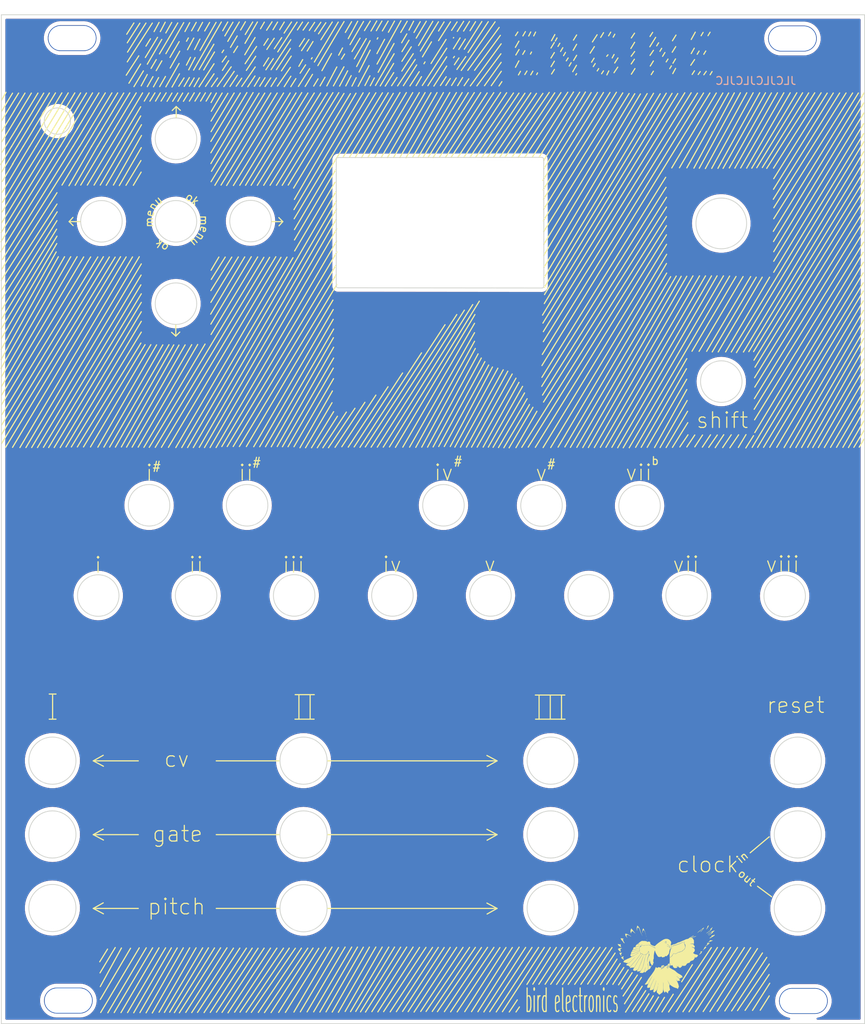
<source format=kicad_pcb>
(kicad_pcb (version 20211014) (generator pcbnew)
  (layers (0 "F.Cu" signal) (31 "B.Cu" signal) (34 "B.Paste" user) (35 "F.Paste" user) (36 "B.SilkS" user "B.Silkscreen") (37 "F.SilkS" user "F.Silkscreen") (38 "B.Mask" user) (39 "F.Mask" user) (44 "Edge.Cuts" user))
  (net 0 "")
  (footprint "skata:EuroMount" (layer "F.Cu") (at 139.192 162.941)
    (fp_text reference "REF**" hide)
    (fp_text value "EuroMount")
    (pad "1" thru_hole oval locked (at 0 0) (size 6.2 3.3) (drill oval 6 3.1) (layers *.Cu *.Mask))
  )
  (footprint "skata:EuroMount" (layer "F.Cu") (at 45.5168 162.8902)
    (fp_text reference "REF**" hide)
    (fp_text value "EuroMount")
    (pad "1" thru_hole oval locked (at 0 0) (size 6.2 3.3) (drill oval 6 3.1) (layers *.Cu *.Mask))
  )
  (footprint "skata:EuroMount" (layer "F.Cu") (at 45.9994 40.3098)
    (fp_text reference "REF**" hide)
    (fp_text value "EuroMount")
    (pad "1" thru_hole oval locked (at 0 0) (size 6.2 3.3) (drill oval 6 3.1) (layers *.Cu *.Mask))
  )
  (footprint "skata:skatabild" (layer "F.Cu") (at 123.4186 156.591)
    (fp_text reference "G***" hide)
    (fp_text value "LOGO" hide)
  )
  (footprint "skata:EuroMount" (layer "F.Cu") (at 137.795 40.3606)
    (fp_text reference "REF**" hide)
    (fp_text value "EuroMount")
    (pad "1" thru_hole oval locked (at 0 0) (size 6.2 3.3) (drill oval 6 3.1) (layers *.Cu *.Mask))
  )
  (gr_line (start 59.6138 79.4004) (end 52.2732 92.3798) (layer "F.SilkS") (width 0.15))
  (gr_line (start 70.98365 40.37075) (end 70.4313 41.2218) (layer "F.SilkS") (width 0.15))
  (gr_line (start 51.1937 49.5935) (end 49.7967 51.9049) (layer "F.SilkS") (width 0.15))
  (gr_line (start 119.2842 47.3718) (end 106.1212 69.5198) (layer "F.SilkS") (width 0.15))
  (gr_line (start 142.2273 47.3075) (end 135.4074 58.2168) (layer "F.SilkS") (width 0.15))
  (gr_line (start 114.80465 156.13145) (end 111.6942 160.7918) (layer "F.SilkS") (width 0.15))
  (gr_line (start 100.7642 45.8518) (end 100.40115 46.39745) (layer "F.SilkS") (width 0.15))
  (gr_line (start 93.40365 38.24075) (end 92.69365 39.40075) (layer "F.SilkS") (width 0.15))
  (gr_line (start 146.9009 53.5051) (end 130.6576 80.3656) (layer "F.SilkS") (width 0.15))
  (gr_line (start 54.5592 68.1482) (end 40.1066 92.456) (layer "F.SilkS") (width 0.15))
  (gr_line (start 146.9136 79.7814) (end 139.7254 92.4306) (layer "F.SilkS") (width 0.15))
  (gr_line (start 146.8882 54.7624) (end 131.5466 80.2894) (layer "F.SilkS") (width 0.15))
  (gr_line (start 89.22365 41.41075) (end 88.02475 43.26285) (layer "F.SilkS") (width 0.15))
  (gr_line (start 65.83365 38.25075) (end 65.18735 39.36745) (layer "F.SilkS") (width 0.15))
  (gr_line (start 44.3484 51.816) (end 42.9514 54.1274) (layer "F.SilkS") (width 0.15))
  (gr_line (start 80.64365 43.96075) (end 79.29545 46.39495) (layer "F.SilkS") (width 0.15))
  (gr_line (start 115.8494 158.1658) (end 114.1142 160.8318) (layer "F.SilkS") (width 0.15))
  (gr_line (start 112.6642 43.5468) (end 112.4142 43.9368) (layer "F.SilkS") (width 0.15))
  (gr_line (start 71.9582 68.1482) (end 57.3786 92.4306) (layer "F.SilkS") (width 0.15))
  (gr_line (start 67.09365 41.34075) (end 66.5852 42.1395) (layer "F.SilkS") (width 0.15))
  (gr_line (start 90.9828 47.244) (end 86.1822 55.5244) (layer "F.SilkS") (width 0.15))
  (gr_line (start 42.9768 54.0766) (end 37.0078 63.8302) (layer "F.SilkS") (width 0.15))
  (gr_line (start 85.5472 47.2694) (end 80.5434 55.4482) (layer "F.SilkS") (width 0.15))
  (gr_line (start 79.121 86.741) (end 75.7428 92.4814) (layer "F.SilkS") (width 0.15))
  (gr_line (start 146.9263 47.2821) (end 135.382 66.2178) (layer "F.SilkS") (width 0.15))
  (gr_line (start 111.68045 156.13145) (end 108.4842 160.8318) (layer "F.SilkS") (width 0.15))
  (gr_line (start 79.3242 79.6798) (end 72.136 92.329) (layer "F.SilkS") (width 0.15))
  (gr_line (start 69.8246 47.3202) (end 63.754 57.277) (layer "F.SilkS") (width 0.15))
  (gr_line (start 115.15755 39.81105) (end 114.9542 40.1868) (layer "F.SilkS") (width 0.15))
  (gr_line (start 104.4442 39.5268) (end 104.1842 40.0368) (layer "F.SilkS") (width 0.15))
  (gr_line (start 112.9542 47.2218) (end 105.9942 58.42) (layer "F.SilkS") (width 0.15))
  (gr_line (start 54.9783 47.2821) (end 47.9298 59.0296) (layer "F.SilkS") (width 0.15))
  (gr_line (start 116.3066 158.6738) (end 114.9042 160.8218) (layer "F.SilkS") (width 0.15))
  (gr_line (start 47.2186 49.5808) (end 45.8216 51.8922) (layer "F.SilkS") (width 0.15))
  (gr_line (start 97.3328 75.5142) (end 87.1982 92.4306) (layer "F.SilkS") (width 0.15))
  (gr_line (start 74.66365 38.27075) (end 72.2013 42.0618) (layer "F.SilkS") (width 0.15))
  (gr_line (start 95.89365 38.17075) (end 95.08475 39.45285) (layer "F.SilkS") (width 0.15))
  (gr_line (start 56.5531 47.2821) (end 55.9054 48.3362) (layer "F.SilkS") (width 0.15))
  (gr_line (start 76.7042 156.1918) (end 71.349 164.4226) (layer "F.SilkS") (width 0.15))
  (gr_line (start 45.0977 51.8287) (end 43.7007 54.1401) (layer "F.SilkS") (width 0.15))
  (gr_line (start 107.4542 43.2468) (end 107.03515 43.93795) (layer "F.SilkS") (width 0.15))
  (gr_line (start 42.4942 49.5808) (end 41.0972 51.8922) (layer "F.SilkS") (width 0.15))
  (gr_line (start 54.4322 141.7574) (end 48.8188 141.7574) (layer "F.SilkS") (width 0.15))
  (gr_line (start 74.422 123.9266) (end 76.8604 123.9266) (layer "F.SilkS") (width 0.15))
  (gr_line (start 120.0742 44.5168) (end 119.7942 44.9595) (layer "F.SilkS") (width 0.15))
  (gr_line (start 64.08365 44.85075) (end 62.99475 46.46285) (layer "F.SilkS") (width 0.15))
  (gr_line (start 45.3136 54.0766) (end 36.9062 67.5132) (layer "F.SilkS") (width 0.15))
  (gr_line (start 64.9228 156.1676) (end 59.665 164.448) (layer "F.SilkS") (width 0.15))
  (gr_line (start 54.8132 73.9648) (end 43.7134 92.456) (layer "F.SilkS") (width 0.15))
  (gr_line (start 70.5485 47.3075) (end 63.7032 58.5978) (layer "F.SilkS") (width 0.15))
  (gr_line (start 100.6442 42.3018) (end 97.58345 46.39495) (layer "F.SilkS") (width 0.15))
  (gr_line (start 59.68365 44.85075) (end 58.72755 46.53905) (layer "F.SilkS") (width 0.15))
  (gr_line (start 64.3636 132.3594) (end 72.3646 132.3594) (layer "F.SilkS") (width 0.15))
  (gr_line (start 65.01365 38.25075) (end 61.47275 44.38825) (layer "F.SilkS") (width 0.15))
  (gr_line (start 95.44365 40.28075) (end 94.58475 41.67285) (layer "F.SilkS") (width 0.15))
  (gr_line (start 42.7736 51.816) (end 41.3766 54.1274) (layer "F.SilkS") (width 0.15))
  (gr_line (start 124.333 81.1276) (end 117.8052 92.4306) (layer "F.SilkS") (width 0.15))
  (gr_line (start 125.2842 41.5868) (end 124.8942 42.2768) (layer "F.SilkS") (width 0.15))
  (gr_line (start 87.40365 45.32075) (end 86.71225 46.36955) (layer "F.SilkS") (width 0.15))
  (gr_line (start 96.16365 42.66075) (end 95.03365 44.30075) (layer "F.SilkS") (width 0.15))
  (gr_line (start 64.53365 45.39075) (end 63.75675 46.48825) (layer "F.SilkS") (width 0.15))
  (gr_line (start 69.698 156.2184) (end 64.3894 164.3718) (layer "F.SilkS") (width 0.15))
  (gr_line (start 75.38365 43.04075) (end 74.8913 43.9018) (layer "F.SilkS") (width 0.15))
  (gr_line (start 113.7142 47.2318) (end 106.0196 59.6392) (layer "F.SilkS") (width 0.15))
  (gr_line (start 129.9142 156.1218) (end 124.613 164.316) (layer "F.SilkS") (width 0.15))
  (gr_line (start 67.03365 40.03075) (end 66.1755 41.4841) (layer "F.SilkS") (width 0.15))
  (gr_line (start 128.9304 47.2948) (end 123.3942 56.8218) (layer "F.SilkS") (width 0.15))
  (gr_line (start 131.6742 156.1418) (end 126.4164 164.2906) (layer "F.SilkS") (width 0.15))
  (gr_line (start 73.3806 68.199) (end 59.2074 92.456) (layer "F.SilkS") (width 0.15))
  (gr_line (start 37.5666 47.2186) (end 36.9951 48.2219) (layer "F.SilkS") (width 0.15))
  (gr_line (start 54.4322 151.1554) (end 48.8188 151.1554) (layer "F.SilkS") (width 0.15))
  (gr_line (start 44.0436 66.4718) (end 36.9824 78.5622) (layer "F.SilkS") (width 0.15))
  (gr_line (start 146.8628 74.9808) (end 136.7282 92.456) (layer "F.SilkS") (width 0.15))
  (gr_line (start 122.9042 44.1668) (end 122.5442 44.8268) (layer "F.SilkS") (width 0.15))
  (gr_line (start 43.0784 123.8504) (end 43.942 123.8504) (layer "F.SilkS") (width 0.15))
  (gr_line (start 51.9684 49.5808) (end 50.5714 51.8922) (layer "F.SilkS") (width 0.15))
  (gr_line (start 129.0447 90.8177) (end 127.9525 92.4687) (layer "F.SilkS") (width 0.15))
  (gr_line (start 113.72295 39.61105) (end 113.3542 40.2168) (layer "F.SilkS") (width 0.15))
  (gr_line (start 83.84365 43.80075) (end 82.44505 46.44575) (layer "F.SilkS") (width 0.15))
  (gr_line (start 132.4742 156.1518) (end 127.28 164.2906) (layer "F.SilkS") (width 0.15))
  (gr_line (start 60.94365 45.33075) (end 60.27695 46.46285) (layer "F.SilkS") (width 0.15))
  (gr_line (start 40.5892 54.0766) (end 37.084 59.9186) (layer "F.SilkS") (width 0.15))
  (gr_line (start 39.4462 49.5554) (end 37.0332 53.5178) (layer "F.SilkS") (width 0.15))
  (gr_line (start 57.89365 45.19075) (end 57.15275 46.48825) (layer "F.SilkS") (width 0.15))
  (gr_line (start 103.7042 47.3218) (end 98.1964 55.5244) (layer "F.SilkS") (width 0.15))
  (gr_line (start 146.8374 68.8594) (end 132.6642 92.4306) (layer "F.SilkS") (width 0.15))
  (gr_line (start 70.4727 156.2057) (end 65.1006 164.3972) (layer "F.SilkS") (width 0.15))
  (gr_line (start 54.4322 132.3594) (end 48.8188 132.3594) (layer "F.SilkS") (width 0.15))
  (gr_line (start 44.5008 54.0766) (end 36.9316 66.2432) (layer "F.SilkS") (width 0.15))
  (gr_line (start 39.7764 54.0766) (end 38.3794 56.388) (layer "F.SilkS") (width 0.15))
  (gr_line (start 72.8472 63.6778) (end 72.3392 63.1698) (layer "F.SilkS") (width 0.15))
  (gr_line (start 69.90365 45.32075) (end 69.21775 46.43745) (layer "F.SilkS") (width 0.15))
  (gr_line (start 84.96365 40.26075) (end 84.87365 40.43075) (layer "F.SilkS") (width 0.15))
  (gr_line (start 80.6442 47.3518) (end 73.533 59.0296) (layer "F.SilkS") (width 0.15))
  (gr_line (start 120.0942 47.3318) (end 106.1466 70.8152) (layer "F.SilkS") (width 0.15))
  (gr_line (start 107.5142 39.8568) (end 107.0831 40.6443) (layer "F.SilkS") (width 0.15))
  (gr_line (start 120.0742 43.2168) (end 119.6766 43.8622) (layer "F.SilkS") (width 0.15))
  (gr_line (start 96.64365 38.18075) (end 95.88475 39.41285) (layer "F.SilkS") (width 0.15))
  (gr_line (start 86.27365 38.14075) (end 85.53475 39.39285) (layer "F.SilkS") (width 0.15))
  (gr_line (start 66.65365 44.54075) (end 65.33155 46.48825) (layer "F.SilkS") (width 0.15))
  (gr_line (start 79.7052 66.167) (end 64.3382 92.456) (layer "F.SilkS") (width 0.15))
  (gr_line (start 90.2786 156.1124) (end 84.9573 164.3293) (layer "F.SilkS") (width 0.15))
  (gr_line (start 80.7917 156.0743) (end 75.9403 164.3293) (layer "F.SilkS") (width 0.15))
  (gr_line (start 124.333 70.6374) (end 111.7854 92.456) (layer "F.SilkS") (width 0.15))
  (gr_line (start 120.731175 162.434175) (end 119.603625 164.260625) (layer "F.SilkS") (width 0.15))
  (gr_line (start 95.76365 45.33075) (end 95.1242 46.3618) (layer "F.SilkS") (width 0.15))
  (gr_line (start 143.8148 47.2948) (end 135.3566 60.833) (layer "F.SilkS") (width 0.15))
  (gr_line (start 69.6468 68.1736) (end 63.7032 78.0542) (layer "F.SilkS") (width 0.15))
  (gr_line (start 52.1716 68.1482) (end 37.5158 92.4306) (layer "F.SilkS") (width 0.15))
  (gr_line (start 49.6824 49.5808) (end 48.2854 51.8922) (layer "F.SilkS") (width 0.15))
  (gr_line (start 46.1264 54.0766) (end 37.1094 68.5038) (layer "F.SilkS") (width 0.15))
  (gr_line (start 72.8472 63.6778) (end 72.3646 64.2112) (layer "F.SilkS") (width 0.15))
  (gr_line (start 54.8386 52.705) (end 51.2572 59.0296) (layer "F.SilkS") (width 0.15))
  (gr_line (start 55.08365 44.48075) (end 53.87615 46.48825) (layer "F.SilkS") (width 0.15))
  (gr_line (start 73.956 38.2497) (end 73.0113 39.6718) (layer "F.SilkS") (width 0.15))
  (gr_line (start 54.737 50.2158) (end 49.5808 59.0296) (layer "F.SilkS") (width 0.15))
  (gr_line (start 72.9488 47.2948) (end 65.6844 59.0804) (layer "F.SilkS") (width 0.15))
  (gr_line (start 88.93365 40.57075) (end 88.03365 42.03075) (layer "F.SilkS") (width 0.15))
  (gr_line (start 115.06565 42.39565) (end 114.8242 42.8368) (layer "F.SilkS") (width 0.15))
  (gr_line (start 146.939 90.2462) (end 145.6182 92.4306) (layer "F.SilkS") (width 0.15))
  (gr_line (start 68.9487 156.2057) (end 63.602 164.3972) (layer "F.SilkS") (width 0.15))
  (gr_line (start 61.2394 79.3496) (end 53.6448 92.4052) (layer "F.SilkS") (width 0.15))
  (gr_line (start 49.8475 51.8287) (end 48.4505 54.1401) (layer "F.SilkS") (width 0.15))
  (gr_line (start 146.8628 76.2254) (end 137.4902 92.456) (layer "F.SilkS") (width 0.15))
  (gr_line (start 101.2895 156.1251) (end 96.0317 164.3039) (layer "F.SilkS") (width 0.15))
  (gr_line (start 114.63755 39.55105) (end 114.3642 40.0168) (layer "F.SilkS") (width 0.15))
  (gr_line (start 102.9542 41.7668) (end 102.5442 42.4568) (layer "F.SilkS") (width 0.15))
  (gr_line (start 102.7342 162.8018) (end 101.7042 164.3418) (layer "F.SilkS") (width 0.15))
  (gr_line (start 83.95365 45.11075) (end 83.30865 46.34415) (layer "F.SilkS") (width 0.15))
  (gr_line (start 53.6956 68.1736) (end 39.3446 92.456) (layer "F.SilkS") (width 0.15))
  (gr_line (start 133.35 148.336) (end 135.128 149.6568) (layer "F.SilkS") (width 0.15))
  (gr_line (start 49.9872 68.1482) (end 37.0078 89.5858) (layer "F.SilkS") (width 0.15))
  (gr_line (start 48.4759 54.0893) (end 45.593 59.1058) (layer "F.SilkS") (width 0.15))
  (gr_line (start 94.95365 45.38075) (end 94.3542 46.3418) (layer "F.SilkS") (width 0.15))
  (gr_line (start 77.34365 45.49075) (end 76.78085 46.42035) (layer "F.SilkS") (width 0.15))
  (gr_line (start 100.2538 82.3468) (end 94.7674 92.4052) (layer "F.SilkS") (width 0.15))
  (gr_line (start 127.2999 39.5593) (end 127.0342 39.9968) (layer "F.SilkS") (width 0.15))
  (gr_line (start 79.5782 57.0992) (end 74.329925 66.017775) (layer "F.SilkS") (width 0.15))
  (gr_line (start 97.282 78.9178) (end 89.789 92.4306) (layer "F.SilkS") (width 0.15))
  (gr_line (start 96.5542 45.4918) (end 95.95785 46.36955) (layer "F.SilkS") (width 0.15))
  (gr_line (start 80.9498 87.9348) (end 77.9526 92.4814) (layer "F.SilkS") (width 0.15))
  (gr_line (start 52.578 47.2948) (end 51.181 49.6062) (layer "F.SilkS") (width 0.15))
  (gr_line (start 126.4666 47.2948) (end 105.918 80.5942) (layer "F.SilkS") (width 0.15))
  (gr_line (start 64.06365 41.08075) (end 62.18735 44.30745) (layer "F.SilkS") (width 0.15))
  (gr_line (start 79.7306 71.7042) (end 67.31 92.329) (layer "F.SilkS") (width 0.15))
  (gr_line (start 83.13365 38.19075) (end 81.41475 41.13285) (layer "F.SilkS") (width 0.15))
  (gr_line (start 71.47365 38.23075) (end 70.7813 39.3018) (layer "F.SilkS") (width 0.15))
  (gr_line (start 146.8882 86.4616) (end 143.4084 92.4306) (layer "F.SilkS") (width 0.15))
  (gr_line (start 107.4642 44.2968) (end 107.0953 44.8768) (layer "F.SilkS") (width 0.15))
  (gr_line (start 48.8442 49.5808) (end 47.4472 51.8922) (layer "F.SilkS") (width 0.15))
  (gr_line (start 54.76875 55.89905) (end 52.8574 59.055) (layer "F.SilkS") (width 0.15))
  (gr_line (start 100.6742 41.0318) (end 96.74525 46.39495) (layer "F.SilkS") (width 0.15))
  (gr_line (start 43.8785 47.2821) (end 42.4815 49.5935) (layer "F.SilkS") (width 0.15))
  (gr_line (start 93.73365 43.87075) (end 92.09705 46.42035) (layer "F.SilkS") (width 0.15))
  (gr_line (start 49.4157 47.2821) (end 48.0187 49.5935) (layer "F.SilkS") (width 0.15))
  (gr_line (start 80.46365 41.56075) (end 79.96365 42.48075) (layer "F.SilkS") (width 0.15))
  (gr_line (start 55.9842 40.3918) (end 55.4042 41.3318) (layer "F.SilkS") (width 0.15))
  (gr_line (start 121.7422 60.579) (end 105.9434 85.7758) (layer "F.SilkS") (width 0.15))
  (gr_line (start 47.0789 47.2821) (end 45.6819 49.5935) (layer "F.SilkS") (width 0.15))
  (gr_line (start 126.7206 70.5866) (end 114.0206 92.4306) (layer "F.SilkS") (width 0.15))
  (gr_line (start 61.50365 40.30075) (end 60.70275 41.78825) (layer "F.SilkS") (width 0.15))
  (gr_line (start 79.7306 64.5922) (end 63.5762 92.456) (layer "F.SilkS") (width 0.15))
  (gr_line (start 100.1522 151.1554) (end 98.8568 150.4696) (layer "F.SilkS") (width 0.15))
  (gr_line (start 90.36365 38.21075) (end 89.56365 39.59075) (layer "F.SilkS") (width 0.15))
  (gr_line (start 102.9442 47.3118) (end 97.4344 55.4736) (layer "F.SilkS") (width 0.15))
  (gr_line (start 110.2931 41.0966) (end 109.8542 41.8568) (layer "F.SilkS") (width 0.15))
  (gr_line (start 61.08365 42.75075) (end 60.56275 43.74825) (layer "F.SilkS") (width 0.15))
  (gr_line (start 60.26365 45.38075) (end 59.59115 46.43745) (layer "F.SilkS") (width 0.15))
  (gr_line (start 107.5042 47.2718) (end 102.0572 55.4736) (layer "F.SilkS") (width 0.15))
  (gr_line (start 103.4034 84.6582) (end 99.0346 92.4052) (layer "F.SilkS") (width 0.15))
  (gr_line (start 51.8033 47.2821) (end 50.4063 49.5935) (layer "F.SilkS") (width 0.15))
  (gr_line (start 57.24525 47.27575) (end 56.62295 48.32985) (layer "F.SilkS") (width 0.15))
  (gr_line (start 75.61365 40.36075) (end 74.9613 41.3718) (layer "F.SilkS") (width 0.15))
  (gr_line (start 78.5368 151.1554) (end 100.1522 151.1554) (layer "F.SilkS") (width 0.15))
  (gr_line (start 138.3538 47.2694) (end 132.6134 56.8706) (layer "F.SilkS") (width 0.15))
  (gr_line (start 43.6118 51.816) (end 42.2148 54.1274) (layer "F.SilkS") (width 0.15))
  (gr_line (start 127.4826 70.5866) (end 114.7826 92.4306) (layer "F.SilkS") (width 0.15))
  (gr_line (start 44.6913 47.2821) (end 43.2943 49.5935) (layer "F.SilkS") (width 0.15))
  (gr_line (start 79.6036 69.2658) (end 65.7606 92.329) (layer "F.SilkS") (width 0.15))
  (gr_line (start 69.01365 38.25075) (end 68.0552 39.8495) (layer "F.SilkS") (width 0.15))
  (gr_line (start 72.0983 156.2057) (end 66.7008 164.3718) (layer "F.SilkS") (width 0.15))
  (gr_line (start 56.769 79.375) (end 49.276 92.4052) (layer "F.SilkS") (width 0.15))
  (gr_line (start 69.0626 47.244) (end 63.6778 56.2864) (layer "F.SilkS") (width 0.15))
  (gr_line (start 59.63365 43.53075) (end 57.94015 46.51365) (layer "F.SilkS") (width 0.15))
  (gr_line (start 49.2506 54.0766) (end 46.3804 59.055) (layer "F.SilkS") (width 0.15))
  (gr_line (start 62.29985 47.27575) (end 61.65215 48.32985) (layer "F.SilkS") (width 0.15))
  (gr_line (start 97.41365 38.21075) (end 96.70475 39.36285) (layer "F.SilkS") (width 0.15))
  (gr_line (start 90.5256 80.391) (end 82.677 92.4306) (layer "F.SilkS") (width 0.15))
  (gr_line (start 73.81365 41.62075) (end 72.03365 44.33075) (layer "F.SilkS") (width 0.15))
  (gr_line (start 82.39365 38.16075) (end 81.18475 40.37285) (layer "F.SilkS") (width 0.15))
  (gr_line (start 87.8656 156.087) (end 82.7475 164.3293) (layer "F.SilkS") (width 0.15))
  (gr_line (start 109.1642 47.2018) (end 103.6828 55.499) (layer "F.SilkS") (width 0.15))
  (gr_line (start 54.8132 75.1586) (end 44.4754 92.456) (layer "F.SilkS") (width 0.15))
  (gr_line (start 102.0826 83.0834) (end 96.901 92.4052) (layer "F.SilkS") (width 0.15))
  (gr_line (start 97.8916 73.8124) (end 86.4362 92.3798) (layer "F.SilkS") (width 0.15))
  (gr_line (start 45.5041 47.2821) (end 44.1071 49.5935) (layer "F.SilkS") (width 0.15))
  (gr_line (start 84.7033 156.0743) (end 79.9281 164.3801) (layer "F.SilkS") (width 0.15))
  (gr_line (start 67.06365 45.04075) (end 66.11895 46.46285) (layer "F.SilkS") (width 0.15))
  (gr_line (start 87.7824 47.244) (end 82.8802 55.5244) (layer "F.SilkS") (width 0.15))
  (gr_line (start 48.6029 47.2821) (end 47.2059 49.5935) (layer "F.SilkS") (width 0.15))
  (gr_line (start 113.26795 156.11875) (end 110.0442 160.8218) (layer "F.SilkS") (width 0.15))
  (gr_line (start 58.69365 38.31075) (end 57.93615 39.64825) (layer "F.SilkS") (width 0.15))
  (gr_line (start 50.5142 156.3318) (end 49.5142 157.9518) (layer "F.SilkS") (width 0.15))
  (gr_line (start 110.6842 47.1918) (end 105.5116 55.4736) (layer "F.SilkS") (width 0.15))
  (gr_line (start 100.4242 38.9418) (end 96.42365 44.41075) (layer "F.SilkS") (width 0.15))
  (gr_line (start 100.1522 151.1554) (end 98.8822 151.8666) (layer "F.SilkS") (width 0.15))
  (gr_line (start 104.7242 87.3252) (end 101.6889 92.4941) (layer "F.SilkS") (width 0.15))
  (gr_line (start 86.2838 47.2694) (end 81.3308 55.499) (layer "F.SilkS") (width 0.15))
  (gr_line (start 87.03365 42.29075) (end 84.65485 46.34415) (layer "F.SilkS") (width 0.15))
  (gr_line (start 59.2582 49.022) (end 58.7502 49.53) (layer "F.SilkS") (width 0.15))
  (gr_line (start 60.22365 38.33075) (end 57.94615 42.28825) (layer "F.SilkS") (width 0.15))
  (gr_line (start 75.2602 47.244) (end 68.0974 59.055) (layer "F.SilkS") (width 0.15))
  (gr_line (start 65.7356 156.1676) (end 60.4778 164.3972) (layer "F.SilkS") (width 0.15))
  (gr_line (start 121.7422 69.0118) (end 107.9246 92.4052) (layer "F.SilkS") (width 0.15))
  (gr_line (start 43.1038 47.2948) (end 41.7068 49.6062) (layer "F.SilkS") (width 0.15))
  (gr_line (start 95.9866 74.9554) (end 84.8868 92.4052) (layer "F.SilkS") (width 0.15))
  (gr_line (start 128.0922 47.2948) (end 122.4142 56.8418) (layer "F.SilkS") (width 0.15))
  (gr_line (start 88.6403 156.0743) (end 83.3825 164.3547) (layer "F.SilkS") (width 0.15))
  (gr_line (start 56.0324 79.3496) (end 48.3362 92.3798) (layer "F.SilkS") (width 0.15))
  (gr_line (start 146.9771 60.7695) (end 132.969 83.566) (layer "F.SilkS") (width 0.15))
  (gr_line (start 118.0338 159.639) (end 116.2142 162.3118) (layer "F.SilkS") (width 0.15))
  (gr_line (start 78.5368 141.7574) (end 100.1522 141.7574) (layer "F.SilkS") (width 0.15))
  (gr_line (start 146.2024 47.2948) (end 135.3566 64.9224) (layer "F.SilkS") (width 0.15))
  (gr_line (start 79.7742 55.4518) (end 74.329925 64.696975) (layer "F.SilkS") (width 0.15))
  (gr_line (start 124.3838 86.4616) (end 120.9294 92.456) (layer "F.SilkS") (width 0.15))
  (gr_line (start 116.8654 158.9786) (end 115.6342 160.8818) (layer "F.SilkS") (width 0.15))
  (gr_line (start 54.5542 156.1718) (end 49.6342 164.4118) (layer "F.SilkS") (width 0.15))
  (gr_line (start 56.72365 43.04075) (end 56.05615 44.16825) (layer "F.SilkS") (width 0.15))
  (gr_line (start 117.6841 40.8407) (end 117.2042 41.6268) (layer "F.SilkS") (width 0.15))
  (gr_line (start 48.6918 141.7574) (end 49.9872 142.4432) (layer "F.SilkS") (width 0.15))
  (gr_line (start 112.5142 42.8668) (end 112.1942 43.3768) (layer "F.SilkS") (width 0.15))
  (gr_line (start 89.91365 43.72075) (end 88.21085 46.36955) (layer "F.SilkS") (width 0.15))
  (gr_line (start 79.3115 83.6803) (end 74.2696 92.3544) (layer "F.SilkS") (width 0.15))
  (gr_line (start 38.608 49.6062) (end 37.0078 52.2224) (layer "F.SilkS") (width 0.15))
  (gr_line (start 124.079 47.2694) (end 105.9942 76.6064) (layer "F.SilkS") (width 0.15))
  (gr_line (start 134.8442 162.2918) (end 133.6871 164.1212) (layer "F.SilkS") (width 0.15))
  (gr_line (start 121.9342 42.9768) (end 121.7042 43.3368) (layer "F.SilkS") (width 0.15))
  (gr_line (start 40.8051 47.3075) (end 39.4081 49.6189) (layer "F.SilkS") (width 0.15))
  (gr_line (start 98.94 156.1124) (end 93.4409 164.3039) (layer "F.SilkS") (width 0.15))
  (gr_line (start 49.5842 162.7518) (end 53.4442 156.2218) (layer "F.SilkS") (width 0.15))
  (gr_line (start 57.42365 40.47075) (end 55.57615 43.62825) (layer "F.SilkS") (width 0.15))
  (gr_line (start 91.96365 38.17075) (end 90.14365 41.25075) (layer "F.SilkS") (width 0.15))
  (gr_line (start 65.51295 68.19265) (end 63.7286 71.0438) (layer "F.SilkS") (width 0.15))
  (gr_line (start 79.3242 81.0514) (end 72.7964 92.3544) (layer "F.SilkS") (width 0.15))
  (gr_line (start 57.98185 47.27575) (end 57.33415 48.32985) (layer "F.SilkS") (width 0.15))
  (gr_line (start 64.08365 43.57075) (end 62.18195 46.51365) (layer "F.SilkS") (width 0.15))
  (gr_line (start 62.9412 79.2734) (end 55.1434 92.4306) (layer "F.SilkS") (width 0.15))
  (gr_line (start 126.3396 90.8558) (end 125.349 92.3671) (layer "F.SilkS") (width 0.15))
  (gr_line (start 55.8165 47.2821) (end 55.1942 48.3362) (layer "F.SilkS") (width 0.15))
  (gr_line (start 126.7499 41.9493) (end 126.4942 42.3668) (layer "F.SilkS") (width 0.15))
  (gr_line (start 116.9842 47.3518) (end 106.0958 64.9478) (layer "F.SilkS") (width 0.15))
  (gr_line (start 105.3142 44.7368) (end 105.1942 44.9568) (layer "F.SilkS") (width 0.15))
  (gr_line (start 111.4142 47.1718) (end 106.0958 55.9054) (layer "F.SilkS") (width 0.15))
  (gr_line (start 106.8042 47.2218) (end 101.1682 55.4736) (layer "F.SilkS") (width 0.15))
  (gr_line (start 71.4248 63.6778) (end 72.8472 63.6778) (layer "F.SilkS") (width 0.15))
  (gr_line (start 61.7986 156.1676) (end 57.0742 164.3718) (layer "F.SilkS") (width 0.15))
  (gr_line (start 71.05365 42.81075) (end 70.3913 43.8618) (layer "F.SilkS") (width 0.15))
  (gr_line (start 81.6299 156.0743) (end 76.7785 164.3293) (layer "F.SilkS") (width 0.15))
  (gr_line (start 146.9136 91.3892) (end 146.304 92.4052) (layer "F.SilkS") (width 0.15))
  (gr_line (start 64.34365 38.30075) (end 62.30365 41.88075) (layer "F.SilkS") (width 0.15))
  (gr_line (start 136.7028 47.2694) (end 131.191 56.8452) (layer "F.SilkS") (width 0.15))
  (gr_line (start 69.31365 40.23075) (end 68.00155 42.42825) (layer "F.SilkS") (width 0.15))
  (gr_line (start 131.1656 47.2694) (end 125.9242 56.8818) (layer "F.SilkS") (width 0.15))
  (gr_line (start 112.4942 156.1218) (end 109.2142 160.8318) (layer "F.SilkS") (width 0.15))
  (gr_line (start 104.60655 156.11875) (end 99.20905 164.31025) (layer "F.SilkS") (width 0.15))
  (gr_line (start 117.7042 47.3818) (end 106.0958 66.5988) (layer "F.SilkS") (width 0.15))
  (gr_line (start 59.64365 40.75075) (end 58.46615 42.76825) (layer "F.SilkS") (width 0.15))
  (gr_line (start 119.1006 161.6202) (end 117.36345 164.28485) (layer "F.SilkS") (width 0.15))
  (gr_line (start 132.4102 144.0688) (end 134.8232 142.0368) (layer "F.SilkS") (width 0.15))
  (gr_line (start 59.2582 49.022) (end 59.7916 49.5046) (layer "F.SilkS") (width 0.15))
  (gr_line (start 45.0342 68.1482) (end 36.9316 82.3722) (layer "F.SilkS") (width 0.15))
  (gr_line (start 100.5148 156.1378) (end 95.0665 164.3293) (layer "F.SilkS") (width 0.15))
  (gr_line (start 45.6946 49.5808) (end 44.2976 51.8922) (layer "F.SilkS") (width 0.15))
  (gr_line (start 48.6918 151.1554) (end 49.9872 151.8412) (layer "F.SilkS") (width 0.15))
  (gr_line (start 82.042 87.4522) (end 78.6638 92.4814) (layer "F.SilkS") (width 0.15))
  (gr_line (start 146.9263 57.2135) (end 132.842 80.2386) (layer "F.SilkS") (width 0.15))
  (gr_line (start 117.7242 44.1868) (end 117.26465 44.90255) (layer "F.SilkS") (width 0.15))
  (gr_line (start 105.0544 127.0508) (end 108.8136 127.0508) (layer "F.SilkS") (width 0.15))
  (gr_line (start 102.1023 156.1251) (end 96.8953 164.3039) (layer "F.SilkS") (width 0.15))
  (gr_line (start 45.8216 68.1482) (end 36.9824 83.4644) (layer "F.SilkS") (width 0.15))
  (gr_line (start 42.2402 54.0766) (end 37.0586 62.4586) (layer "F.SilkS") (width 0.15))
  (gr_line (start 64.14365 42.07075) (end 62.76735 44.36745) (layer "F.SilkS") (width 0.15))
  (gr_line (start 79.6036 59.8932) (end 60.706 92.456) (layer "F.SilkS") (width 0.15))
  (gr_line (start 88.65365 39.77075) (end 87.9942 40.9018) (layer "F.SilkS") (width 0.15))
  (gr_line (start 82.3665 156.0743) (end 77.5659 164.3547) (layer "F.SilkS") (width 0.15))
  (gr_line (start 62.28365 40.43075) (end 61.60275 41.76825) (layer "F.SilkS") (width 0.15))
  (gr_line (start 82.69365 40.32075) (end 81.6642 42.0218) (layer "F.SilkS") (width 0.15))
  (gr_line (start 59.2074 78.2574) (end 59.7154 77.7494) (layer "F.SilkS") (width 0.15))
  (gr_line (start 73.03365 38.26075) (end 72.4413 39.2418) (layer "F.SilkS") (width 0.15))
  (gr_line (start 135.89 47.2694) (end 130.4544 56.8706) (layer "F.SilkS") (width 0.15))
  (gr_line (start 109.33095 156.11875) (end 106.2742 160.8118) (layer "F.SilkS") (width 0.15))
  (gr_line (start 40.259 49.6062) (end 38.862 51.9176) (layer "F.SilkS") (width 0.15))
  (gr_line (start 87.02365 40.99075) (end 84.99475 44.66285) (layer "F.SilkS") (width 0.15))
  (gr_line (start 66.49365 38.28075) (end 65.45735 40.02745) (layer "F.SilkS") (width 0.15))
  (gr_line (start 125.349 90.8558) (end 124.333 92.3798) (layer "F.SilkS") (width 0.15))
  (gr_line (start 58.71845 47.30115) (end 58.09615 48.35525) (layer "F.SilkS") (width 0.15))
  (gr_line (start 134.8242 159.5718) (end 131.7606 164.1418) (layer "F.SilkS") (width 0.15))
  (gr_line (start 44.069 61.4426) (end 36.9824 72.4154) (layer "F.SilkS") (width 0.15))
  (gr_line (start 54.8132 54.2544) (end 52.01285 59.08675) (layer "F.SilkS") (width 0.15))
  (gr_line (start 67.3739 156.2057) (end 61.9764 164.3972) (layer "F.SilkS") (width 0.15))
  (gr_line (start 58.3438 79.3496) (end 50.7746 92.4052) (layer "F.SilkS") (width 0.15))
  (gr_line (start 43.7261 54.0893) (end 36.957 65.0748) (layer "F.SilkS") (width 0.15))
  (gr_line (start 121.6914 59.309) (end 105.8418 84.6582) (layer "F.SilkS") (width 0.15))
  (gr_line (start 125.8999 41.9593) (end 125.6542 42.3668) (layer "F.SilkS") (width 0.15))
  (gr_line (start 79.756 67.5386) (end 65.0748 92.329) (layer "F.SilkS") (width 0.15))
  (gr_line (start 67.30365 38.25075) (end 65.83365 40.72075) (layer "F.SilkS") (width 0.15))
  (gr_line (start 79.9842 47.2518) (end 72.771 59.055) (layer "F.SilkS") (width 0.15))
  (gr_line (start 88.1126 82.9564) (end 81.9404 92.3798) (layer "F.SilkS") (width 0.15))
  (gr_line (start 39.0017 54.0893) (end 37.0078 57.3786) (layer "F.SilkS") (width 0.15))
  (gr_line (start 146.812 71.4756) (end 134.112 92.4306) (layer "F.SilkS") (width 0.15))
  (gr_line (start 50.6222 51.816) (end 49.2252 54.1274) (layer "F.SilkS") (width 0.15))
  (gr_line (start 65.8495 47.3329) (end 63.7032 50.8762) (layer "F.SilkS") (width 0.15))
  (gr_line (start 55.4486 156.1676) (end 50.5464 164.448) (layer "F.SilkS") (width 0.15))
  (gr_line (start 146.9263 55.9689) (end 132.2324 80.2386) (layer "F.SilkS") (width 0.15))
  (gr_line (start 121.1318 41.6114) (end 120.9042 41.9868) (layer "F.SilkS") (width 0.15))
  (gr_line (start 116.1742 47.2818) (end 106.045 63.5762) (layer "F.SilkS") (width 0.15))
  (gr_line (start 53.86975 38.37805) (end 52.9556 39.8149) (layer "F.SilkS") (width 0.15))
  (gr_line (start 108.51815 156.11875) (end 105.4742 160.8118) (layer "F.SilkS") (width 0.15))
  (gr_line (start 133.6294 47.2694) (end 128.2954 56.896) (layer "F.SilkS") (width 0.15))
  (gr_line (start 83.97365 40.63075) (end 82.25475 43.92285) (layer "F.SilkS") (width 0.15))
  (gr_line (start 103.6574 85.4964) (end 99.6442 92.4306) (layer "F.SilkS") (width 0.15))
  (gr_line (start 121.7422 65.3542) (end 105.029 92.4306) (layer "F.SilkS") (width 0.15))
  (gr_line (start 58.649 156.1676) (end 53.8484 164.448) (layer "F.SilkS") (width 0.15))
  (gr_line (start 41.402 54.0766) (end 37.1094 61.214) (layer "F.SilkS") (width 0.15))
  (gr_line (start 128.2192 90.8558) (end 127.127 92.4306) (layer "F.SilkS") (width 0.15))
  (gr_line (start 110.90575 156.11875) (end 107.7342 160.8318) (layer "F.SilkS") (width 0.15))
  (gr_line (start 94.9706 47.244) (end 90.0938 55.4736) (layer "F.SilkS") (width 0.15))
  (gr_line (start 146.9136 81.153) (end 140.3858 92.456) (layer "F.SilkS") (width 0.15))
  (gr_line (start 99.7342 47.2518) (end 94.3102 55.4736) (layer "F.SilkS") (width 0.15))
  (gr_line (start 79.3242 77.3684) (end 70.6374 92.3544) (layer "F.SilkS") (width 0.15))
  (gr_line (start 93.74365 41.59075) (end 90.62385 46.34415) (layer "F.SilkS") (width 0.15))
  (gr_line (start 79.9442 156.1318) (end 75.0767 164.3293) (layer "F.SilkS") (width 0.15))
  (gr_line (start 44.069 59.9948) (end 36.957 71.1708) (layer "F.SilkS") (width 0.15))
  (gr_line (start 146.8247 73.7743) (end 135.7884 92.4306) (layer "F.SilkS") (width 0.15))
  (gr_line (start 47.498 51.816) (end 46.101 54.1274) (layer "F.SilkS") (width 0.15))
  (gr_line (start 65.11925 47.30115) (end 63.7286 49.6316) (layer "F.SilkS") (width 0.15))
  (gr_line (start 83.8905 156.0743) (end 79.1407 164.3547) (layer "F.SilkS") (width 0.15))
  (gr_line (start 79.3242 87.884) (end 76.5048 92.4814) (layer "F.SilkS") (width 0.15))
  (gr_line (start 83.1158 156.087) (end 78.3533 164.3293) (layer "F.SilkS") (width 0.15))
  (gr_line (start 103.0042 163.7018) (end 102.5642 164.3418) (layer "F.SilkS") (width 0.15))
  (gr_line (start 77.6732 47.2948) (end 70.4088 59.055) (layer "F.SilkS") (width 0.15))
  (gr_line (start 119.9809 39.5774) (end 119.6442 40.0968) (layer "F.SilkS") (width 0.15))
  (gr_line (start 52.2842 156.1918) (end 49.5842 161.1118) (layer "F.SilkS") (width 0.15))
  (gr_line (start 52.7812 49.5808) (end 51.3842 51.8922) (layer "F.SilkS") (width 0.15))
  (gr_line (start 117.6717 39.6807) (end 117.2642 40.2868) (layer "F.SilkS") (width 0.15))
  (gr_line (start 89.47365 42.29075) (end 88.01475 44.51285) (layer "F.SilkS") (width 0.15))
  (gr_line (start 39.6494 51.8414) (end 38.2524 54.1528) (layer "F.SilkS") (width 0.15))
  (gr_line (start 71.31365 45.37075) (end 70.58365 46.47075) (layer "F.SilkS") (width 0.15))
  (gr_line (start 146.8628 66.294) (end 132.969 88.9254) (layer "F.SilkS") (width 0.15))
  (gr_line (start 95.29365 42.83075) (end 94.71365 43.70075) (layer "F.SilkS") (width 0.15))
  (gr_line (start 134.9042 160.6818) (end 132.7071 164.1418) (layer "F.SilkS") (width 0.15))
  (gr_line (start 54.4942 42.5618) (end 52.8942 45.0318) (layer "F.SilkS") (width 0.15))
  (gr_line (start 97.0534 74.2442) (end 85.6488 92.4052) (layer "F.SilkS") (width 0.15))
  (gr_line (start 125.9586 70.5866) (end 113.3094 92.4306) (layer "F.SilkS") (width 0.15))
  (gr_line (start 105.9942 47.3418) (end 100.5078 55.4482) (layer "F.SilkS") (width 0.15))
  (gr_line (start 73.86365 40.50075) (end 71.3513 44.3318) (layer "F.SilkS") (width 0.15))
  (gr_line (start 126.8142 44.5368) (end 126.5042 44.9768) (layer "F.SilkS") (width 0.15))
  (gr_line (start 120.0658 162.2806) (end 118.83665 164.28485) (layer "F.SilkS") (width 0.15))
  (gr_line (start 100.1522 141.7574) (end 98.8822 142.4686) (layer "F.SilkS") (width 0.15))
  (gr_line (start 118.6434 161.0614) (end 116.52525 164.36105) (layer "F.SilkS") (width 0.15))
  (gr_line (start 68.2121 156.2057) (end 62.8146 164.4226) (layer "F.SilkS") (width 0.15))
  (gr_line (start 57.43365 43.20075) (end 56.71365 44.45075) (layer "F.SilkS") (width 0.15))
  (gr_line (start 47.8282 47.2948) (end 46.4312 49.6062) (layer "F.SilkS") (width 0.15))
  (gr_line (start 120.36375 40.21105) (end 119.6242 41.4068) (layer "F.SilkS") (width 0.15))
  (gr_line (start 102.9342 40.6968) (end 102.4842 41.4868) (layer "F.SilkS") (width 0.15))
  (gr_line (start 100.6042 47.2318) (end 95.1484 55.499) (layer "F.SilkS") (width 0.15))
  (gr_line (start 57.5564 79.375) (end 50.038 92.4052) (layer "F.SilkS") (width 0.15))
  (gr_line (start 73.87365 45.16075) (end 73.02775 46.48825) (layer "F.SilkS") (width 0.15))
  (gr_line (start 72.18365 38.26075) (end 71.5913 39.2418) (layer "F.SilkS") (width 0.15))
  (gr_line (start 43.9674 67.5386) (end 36.957 79.9338) (layer "F.SilkS") (width 0.15))
  (gr_line (start 132.4737 70.6755) (end 126.8603 80.2005) (layer "F.SilkS") (width 0.15))
  (gr_line (start 76.58365 42.80075) (end 76.48365 42.96075) (layer "F.SilkS") (width 0.15))
  (gr_line (start 46.9392 54.102) (end 37.0332 69.7484) (layer "F.SilkS") (width 0.15))
  (gr_line (start 69.61365 38.25075) (end 68.03155 40.97825) (layer "F.SilkS") (width 0.15))
  (gr_line (start 63.52365 38.31075) (end 62.89275 39.39825) (layer "F.SilkS") (width 0.15))
  (gr_line (start 67.61365 45.41075) (end 66.90635 46.43745) (layer "F.SilkS") (width 0.15))
  (gr_line (start 94.22365 38.23075) (end 92.69365 40.63075) (layer "F.SilkS") (width 0.15))
  (gr_line (start 59.2074 76.835) (end 59.2074 78.2574) (layer "F.SilkS") (width 0.15))
  (gr_line (start 126.4099 39.5793) (end 126.1542 40.0068) (layer "F.SilkS") (width 0.15))
  (gr_line (start 122.9542 39.9214) (end 122.5042 40.6468) (layer "F.SilkS") (width 0.15))
  (gr_line (start 120.9442 47.3918) (end 106.172 72.0598) (layer "F.SilkS") (width 0.15))
  (gr_line (start 75.2225 156.2057) (end 69.7234 164.3972) (layer "F.SilkS") (width 0.15))
  (gr_line (start 124.46 89.281) (end 122.5042 92.4306) (layer "F.SilkS") (width 0.15))
  (gr_line (start 110.2931 42.4966) (end 109.9042 43.1468) (layer "F.SilkS") (width 0.15))
  (gr_line (start 71.756 40.3297) (end 70.8113 41.7518) (layer "F.SilkS") (width 0.15))
  (gr_line (start 100.1522 132.3594) (end 98.8568 131.6736) (layer "F.SilkS") (width 0.15))
  (gr_line (start 123.6218 70.6374) (end 111.0742 92.456) (layer "F.SilkS") (width 0.15))
  (gr_line (start 64.3636 141.7574) (end 72.3646 141.7574) (layer "F.SilkS") (width 0.15))
  (gr_line (start 79.1142 156.0743) (end 74.2639 164.3547) (layer "F.SilkS") (width 0.15))
  (gr_line (start 91.13365 38.16075) (end 89.84365 40.31075) (layer "F.SilkS") (width 0.15))
  (gr_line (start 78.3142 156.1218) (end 73.1778 164.3972) (layer "F.SilkS") (width 0.15))
  (gr_line (start 102.5652 83.6168) (end 97.6122 92.4052) (layer "F.SilkS") (width 0.15))
  (gr_line (start 105.06545 39.53565) (end 104.8242 40.0268) (layer "F.SilkS") (width 0.15))
  (gr_line (start 146.8755 48.5775) (end 135.4074 67.5132) (layer "F.SilkS") (width 0.15))
  (gr_line (start 103.7642 39.4768) (end 103.4442 40.0268) (layer "F.SilkS") (width 0.15))
  (gr_line (start 64.70015 68.19265) (end 63.7032 69.8754) (layer "F.SilkS") (width 0.15))
  (gr_line (start 132.7912 47.2694) (end 127.508 56.896) (layer "F.SilkS") (width 0.15))
  (gr_line (start 127.5542 44.5668) (end 127.3042 44.9768) (layer "F.SilkS") (width 0.15))
  (gr_line (start 98.1653 156.1251) (end 92.5519 164.3039) (layer "F.SilkS") (width 0.15))
  (gr_line (start 97.282 76.6318) (end 88.138 92.4052) (layer "F.SilkS") (width 0.15))
  (gr_line (start 134.5242 157.3918) (end 130.0442 164.2118) (layer "F.SilkS") (width 0.15))
  (gr_line (start 106.93065 156.13145) (end 103.9542 160.8318) (layer "F.SilkS") (width 0.15))
  (gr_line (start 91.7321 47.2567) (end 86.9696 55.499) (layer "F.SilkS") (width 0.15))
  (gr_line (start 133.9742 156.8218) (end 129.1806 164.2118) (layer "F.SilkS") (width 0.15))
  (gr_line (start 110.2742 43.7668) (end 109.7942 44.5868) (layer "F.SilkS") (width 0.15))
  (gr_line (start 82.1742 47.3218) (end 74.3204 60.8584) (layer "F.SilkS") (width 0.15))
  (gr_line (start 48.6918 132.3594) (end 49.9872 133.0452) (layer "F.SilkS") (width 0.15))
  (gr_line (start 43.0784 127.05) (end 43.942 127.05) (layer "F.SilkS") (width 0.15))
  (gr_line (start 41.9608 51.816) (end 40.5638 54.1274) (layer "F.SilkS") (width 0.15))
  (gr_line (start 112.1442 47.2418) (end 106.0958 56.9722) (layer "F.SilkS") (width 0.15))
  (gr_line (start 129.9972 90.8304) (end 128.905 92.456) (layer "F.SilkS") (width 0.15))
  (gr_line (start 130.3909 47.2821) (end 125.2342 56.8718) (layer "F.SilkS") (width 0.15))
  (gr_line (start 100.1522 132.3594) (end 98.8822 133.0706) (layer "F.SilkS") (width 0.15))
  (gr_line (start 79.05365 42.27075) (end 77.83475 44.45285) (layer "F.SilkS") (width 0.15))
  (gr_line (start 117.6842 42.0168) (end 117.2442 42.6168) (layer "F.SilkS") (width 0.15))
  (gr_line (start 68.2752 47.244) (end 63.6778 54.9148) (layer "F.SilkS") (width 0.15))
  (gr_line (start 123.1842 47.3618) (end 105.9434 75.5904) (layer "F.SilkS") (width 0.15))
  (gr_line (start 59.45505 47.30115) (end 58.80735 48.35525) (layer "F.SilkS") (width 0.15))
  (gr_line (start 134.366 47.2694) (end 128.9558 56.896) (layer "F.SilkS") (width 0.15))
  (gr_line (start 60.173 156.1676) (end 55.4232 164.448) (layer "F.SilkS") (width 0.15))
  (gr_line (start 90.2462 47.244) (end 85.3948 55.499) (layer "F.SilkS") (width 0.15))
  (gr_line (start 48.6918 151.1554) (end 49.9618 150.4442) (layer "F.SilkS") (width 0.15))
  (gr_line (start 48.6918 132.3594) (end 49.9618 131.6482) (layer "F.SilkS") (width 0.15))
  (gr_line (start 146.939 63.4238) (end 132.9436 86.233) (layer "F.SilkS") (width 0.15))
  (gr_line (start 94.1902 156.1124) (end 88.8181 164.3039) (layer "F.SilkS") (width 0.15))
  (gr_line (start 121.7549 66.5734) (end 106.0196 92.456) (layer "F.SilkS") (width 0.15))
  (gr_line (start 143.002 47.2948) (end 135.382 59.563) (layer "F.SilkS") (width 0.15))
  (gr_line (start 101.3742 47.2618) (end 95.9358 55.4736) (layer "F.SilkS") (width 0.15))
  (gr_line (start 96.4819 47.2567) (end 91.3638 55.499) (layer "F.SilkS") (width 0.15))
  (gr_line (start 86.2584 84.709) (end 81.1784 92.4052) (layer "F.SilkS") (width 0.15))
  (gr_line (start 46.6852 51.816) (end 45.2882 54.1274) (layer "F.SilkS") (width 0.15))
  (gr_line (start 95.0214 75.5142) (end 84.0994 92.4052) (layer "F.SilkS") (width 0.15))
  (gr_line (start 38.2778 54.102) (end 36.8808 56.4134) (layer "F.SilkS") (width 0.15))
  (gr_line (start 62.6368 156.1676) (end 57.76 164.3972) (layer "F.SilkS") (width 0.15))
  (gr_line (start 81.11365 44.47075) (end 80.08285 46.42035) (layer "F.SilkS") (width 0.15))
  (gr_line (start 146.8882 78.5622) (end 138.9634 92.456) (layer "F.SilkS") (width 0.15))
  (gr_line (start 78.336 38.3397) (end 77.3913 39.7618) (layer "F.SilkS") (width 0.15))
  (gr_line (start 98.21365 38.19075) (end 95.97365 41.73075) (layer "F.SilkS") (width 0.15))
  (gr_line (start 81.56365 45.08075) (end 80.87025 46.39495) (layer "F.SilkS") (width 0.15))
  (gr_line (start 58.9534 79.375) (end 51.5112 92.4052) (layer "F.SilkS") (width 0.15))
  (gr_line (start 76.11365 38.30075) (end 75.4313 39.2918) (layer "F.SilkS") (width 0.15))
  (gr_line (start 124.4346 87.8332) (end 121.6914 92.456) (layer "F.SilkS") (width 0.15))
  (gr_line (start 89.5131 38.1597) (end 88.92365 39.29075) (layer "F.SilkS") (width 0.15))
  (gr_line (start 122.6058 162.0774) (end 121.17345 164.33565) (layer "F.SilkS") (width 0.15))
  (gr_line (start 55.57365 44.94075) (end 54.79365 46.39075) (layer "F.SilkS") (width 0.15))
  (gr_line (start 146.9136 87.7316) (end 144.2212 92.4306) (layer "F.SilkS") (width 0.15))
  (gr_line (start 55.2958 79.3496) (end 47.4472 92.3798) (layer "F.SilkS") (width 0.15))
  (gr_line (start 102.9462 84.1502) (end 98.3742 92.4052) (layer "F.SilkS") (width 0.15))
  (gr_line (start 95.003 156.1124) (end 89.5801 164.3547) (layer "F.SilkS") (width 0.15))
  (gr_line (start 74.3966 127.05) (end 76.835 127.05) (layer "F.SilkS") (width 0.15))
  (gr_line (start 133.1849 70.7517) (end 127.5715 80.2767) (layer "F.SilkS") (width 0.15))
  (gr_line (start 72.136 47.2948) (end 64.9732 59.0296) (layer "F.SilkS") (width 0.15))
  (gr_line (start 59.2582 50.4444) (end 59.2582 49.022) (layer "F.SilkS") (width 0.15))
  (gr_line (start 51.435 51.816) (end 50.038 54.1274) (layer "F.SilkS") (width 0.15))
  (gr_line (start 76.63365 44.92075) (end 75.69475 46.46285) (layer "F.SilkS") (width 0.15))
  (gr_line (start 71.636 42.9197) (end 70.6913 44.3418) (layer "F.SilkS") (width 0.15))
  (gr_line (start 60.98365 38.34075) (end 60.37365 39.47075) (layer "F.SilkS") (width 0.15))
  (gr_line (start 88.5952 47.244) (end 83.693 55.499) (layer "F.SilkS") (width 0.15))
  (gr_line (start 100.5742 39.9518) (end 97.2842 44.4118) (layer "F.SilkS") (width 0.15))
  (gr_line (start 76.176 40.4897) (end 75.2313 41.9118) (layer "F.SilkS") (width 0.15))
  (gr_line (start 54.7624 79.1464) (end 46.6598 92.3798) (layer "F.SilkS") (width 0.15))
  (gr_line (start 122.2756 70.6882) (end 109.4994 92.4306) (layer "F.SilkS") (width 0.15))
  (gr_line (start 68.08365 38.22075) (end 67.46735 39.27745) (layer "F.SilkS") (width 0.15))
  (gr_line (start 64.38265 47.30115) (end 63.7032 48.514) (layer "F.SilkS") (width 0.15))
  (gr_line (start 107.7942 40.2868) (end 107.5793 40.677) (layer "F.SilkS") (width 0.15))
  (gr_line (start 94.62365 40.23075) (end 94.58475 40.28285) (layer "F.SilkS") (width 0.15))
  (gr_line (start 118.4242 47.4118) (end 106.0958 67.9958) (layer "F.SilkS") (width 0.15))
  (gr_line (start 65.9521 43.182) (end 65.15365 44.42075) (layer "F.SilkS") (width 0.15))
  (gr_line (start 134.8867 70.7517) (end 129.2733 80.2767) (layer "F.SilkS") (width 0.15))
  (gr_line (start 115.189 156.845) (end 112.5342 160.8118) (layer "F.SilkS") (width 0.15))
  (gr_line (start 48.6918 141.7574) (end 49.9618 141.0462) (layer "F.SilkS") (width 0.15))
  (gr_line (start 57.02365 45.33075) (end 56.36535 46.51365) (layer "F.SilkS") (width 0.15))
  (gr_line (start 125.3142 44.4668) (end 125.0142 44.9368) (layer "F.SilkS") (width 0.15))
  (gr_line (start 121.7422 63.0428) (end 103.3018 92.4306) (layer "F.SilkS") (width 0.15))
  (gr_line (start 99.90365 38.23075) (end 95.58475 44.43285) (layer "F.SilkS") (width 0.15))
  (gr_line (start 125.3242 43.0368) (end 124.8385 43.7643) (layer "F.SilkS") (width 0.15))
  (gr_line (start 124.2949 82.4103) (end 118.5164 92.4306) (layer "F.SilkS") (width 0.15))
  (gr_line (start 100.1522 141.7574) (end 98.8568 141.0716) (layer "F.SilkS") (width 0.15))
  (gr_line (start 105.1742 47.3418) (end 99.7204 55.4482) (layer "F.SilkS") (width 0.15))
  (gr_line (start 65.31365 41.83075) (end 65.10365 42.15075) (layer "F.SilkS") (width 0.15))
  (gr_line (start 101.5238 82.7278) (end 96.2406 92.4052) (layer "F.SilkS") (width 0.15))
  (gr_line (start 146.8755 51.1937) (end 135.4074 70.1294) (layer "F.SilkS") (width 0.15))
  (gr_line (start 121.5442 42.1414) (end 121.2442 42.6268) (layer "F.SilkS") (width 0.15))
  (gr_line (start 65.65365 42.61075) (end 65.12365 43.35075) (layer "F.SilkS") (width 0.15))
  (gr_line (start 96.10365 40.43075) (end 95.27475 41.75285) (layer "F.SilkS") (width 0.15))
  (gr_line (start 121.7676 67.8434) (end 106.9848 92.456) (layer "F.SilkS") (width 0.15))
  (gr_line (start 40.3733 51.8287) (end 38.9763 54.1401) (layer "F.SilkS") (width 0.15))
  (gr_line (start 87.0909 156.0743) (end 82.1379 164.2785) (layer "F.SilkS") (width 0.15))
  (gr_line (start 127.45995 156.14415) (end 122.01165 164.33565) (layer "F.SilkS") (width 0.15))
  (gr_line (start 98.8949 47.2821) (end 93.5736 55.499) (layer "F.SilkS") (width 0.15))
  (gr_line (start 56.88365 40.205025) (end 55.32365 42.776475) (layer "F.SilkS") (width 0.15))
  (gr_line (start 94.19365 45.45075) (end 93.62105 46.34415) (layer "F.SilkS") (width 0.15))
  (gr_line (start 87.90365 38.10075) (end 84.85475 43.61285) (layer "F.SilkS") (width 0.15))
  (gr_line (start 119.507 162.0266) (end 118.04925 164.28485) (layer "F.SilkS") (width 0.15))
  (gr_line (start 108.1507 40.9647) (end 107.9142 41.3668) (layer "F.SilkS") (width 0.15))
  (gr_line (start 145.4658 47.2948) (end 135.4074 63.3222) (layer "F.SilkS") (width 0.15))
  (gr_line (start 46.4439 49.5935) (end 45.0469 51.9049) (layer "F.SilkS") (width 0.15))
  (gr_line (start 49.0728 51.816) (end 47.6758 54.1274) (layer "F.SilkS") (width 0.15))
  (gr_line (start 118.5418 159.9438) (end 116.3942 163.3018) (layer "F.SilkS") (width 0.15))
  (gr_line (start 44.0182 64.643) (end 36.9824 76.1238) (layer "F.SilkS") (width 0.15))
  (gr_line (start 86.3543 156.0743) (end 81.4775 164.3039) (layer "F.SilkS") (width 0.15))
  (gr_line (start 89.4531 156.0743) (end 84.1953 164.3039) (layer "F.SilkS") (width 0.15))
  (gr_line (start 146.8755 52.4637) (end 129.9972 80.2894) (layer "F.SilkS") (width 0.15))
  (gr_line (start 117.3734 159.3342) (end 116.0242 161.4118) (layer "F.SilkS") (width 0.15))
  (gr_line (start 39.9923 47.3075) (end 38.5953 49.6189) (layer "F.SilkS") (width 0.15))
  (gr_line (start 146.9517 59.5503) (end 133.0198 82.2198) (layer "F.SilkS") (width 0.15))
  (gr_line (start 103.1342 44.5368) (end 102.8793 44.997) (layer "F.SilkS") (width 0.15))
  (gr_line (start 100.6742 43.3918) (end 98.54865 46.36955) (layer "F.SilkS") (width 0.15))
  (gr_line (start 79.6544 63.3984) (end 62.865 92.456) (layer "F.SilkS") (width 0.15))
  (gr_line (start 93.73365 42.69075) (end 91.33505 46.36955) (layer "F.SilkS") (width 0.15))
  (gr_line (start 54.8132 77.7494) (end 45.8978 92.3798) (layer "F.SilkS") (width 0.15))
  (gr_line (start 43.307 49.5808) (end 41.91 51.8922) (layer "F.SilkS") (width 0.15))
  (gr_line (start 63.7032 47.27575) (end 63.07455 48.32985) (layer "F.SilkS") (width 0.15))
  (gr_line (start 109.8942 47.1718) (end 104.648 55.4736) (layer "F.SilkS") (width 0.15))
  (gr_line (start 38.9128 51.8414) (end 37.0586 54.8386) (layer "F.SilkS") (width 0.15))
  (gr_line (start 104.4542 47.2818) (end 98.9442 55.4718) (layer "F.SilkS") (width 0.15))
  (gr_line (start 98.1456 81.0514) (end 91.9988 92.3798) (layer "F.SilkS") (width 0.15))
  (gr_line (start 94.1324 47.244) (end 89.408 55.4482) (layer "F.SilkS") (width 0.15))
  (gr_line (start 41.7195 49.5935) (end 40.3225 51.9049) (layer "F.SilkS") (width 0.15))
  (gr_line (start 88.70365 38.16075) (end 87.87475 39.58285) (layer "F.SilkS") (width 0.15))
  (gr_line (start 47.0408 63.6778) (end 45.6184 63.6778) (layer "F.SilkS") (width 0.15))
  (gr_line (start 39.1795 47.3075) (end 36.9824 50.8762) (layer "F.SilkS") (width 0.15))
  (gr_line (start 95.8158 156.1124) (end 90.4183 164.2785) (layer "F.SilkS") (width 0.15))
  (gr_line (start 54.79415 57.37225) (end 53.7972 59.055) (layer "F.SilkS") (width 0.15))
  (gr_line (start 44.2468 68.1482) (end 36.957 81.2292) (layer "F.SilkS") (width 0.15))
  (gr_line (start 102.8042 39.5268) (end 102.5042 39.9868) (layer "F.SilkS") (width 0.15))
  (gr_line (start 62.0014 79.3242) (end 54.4068 92.4052) (layer "F.SilkS") (width 0.15))
  (gr_line (start 68.834 68.1482) (end 63.6778 76.7334) (layer "F.SilkS") (width 0.15))
  (gr_line (start 85.82365 40.46075) (end 84.84475 42.28285) (layer "F.SilkS") (width 0.15))
  (gr_line (start 105.2322 87.8332) (end 102.5525 92.4687) (layer "F.SilkS") (width 0.15))
  (gr_line (start 131.5085 70.6755) (end 125.8951 80.2005) (layer "F.SilkS") (width 0.15))
  (gr_line (start 54.7624 71.7296) (end 42.3418 92.4306) (layer "F.SilkS") (width 0.15))
  (gr_line (start 134.8442 158.2318) (end 130.7954 164.1672) (layer "F.SilkS") (width 0.15))
  (gr_line (start 130.6068 70.6628) (end 124.9934 80.1878) (layer "F.SilkS") (width 0.15))
  (gr_line (start 70.58365 45.35075) (end 69.90355 46.43745) (layer "F.SilkS") (width 0.15))
  (gr_line (start 146.9009 83.7819) (end 141.859 92.456) (layer "F.SilkS") (width 0.15))
  (gr_line (start 93.4155 156.1251) (end 88.1069 164.2785) (layer "F.SilkS") (width 0.15))
  (gr_line (start 129.667 47.2948) (end 124.3342 56.8318) (layer "F.SilkS") (width 0.15))
  (gr_line (start 44.1198 49.5808) (end 42.7228 51.8922) (layer "F.SilkS") (width 0.15))
  (gr_line (start 62.62365 38.30075) (end 62.02275 39.39825) (layer "F.SilkS") (width 0.15))
  (gr_line (start 130.7942 156.1318) (end 125.4512 164.316) (layer "F.SilkS") (width 0.15))
  (gr_line (start 45.6184 63.6778) (end 46.101 63.1444) (layer "F.SilkS") (width 0.15))
  (gr_line (start 146.812 67.5894) (end 132.9944 90.551) (layer "F.SilkS") (width 0.15))
  (gr_line (start 122.8945 42.9564) (end 122.5642 43.5068) (layer "F.SilkS") (width 0.15))
  (gr_line (start 95.7072 47.244) (end 90.7542 55.4482) (layer "F.SilkS") (width 0.15))
  (gr_line (start 83.99365 38.14075) (end 83.25365 39.35075) (layer "F.SilkS") (width 0.15))
  (gr_line (start 62.98565 47.27575) (end 62.36335 48.32985) (layer "F.SilkS") (width 0.15))
  (gr_line (start 57.86365 38.28075) (end 57.23365 39.48075) (layer "F.SilkS") (width 0.15))
  (gr_line (start 74.4478 156.2184) (end 68.8344 164.3972) (layer "F.SilkS") (width 0.15))
  (gr_line (start 121.7142 47.3218) (end 106.1974 72.9742) (layer "F.SilkS") (width 0.15))
  (gr_line (start 131.8768 90.805) (end 130.8989 92.4433) (layer "F.SilkS") (width 0.15))
  (gr_line (start 61.55365 45.38075) (end 60.93735 46.43745) (layer "F.SilkS") (width 0.15))
  (gr_line (start 146.8755 82.4357) (end 141.097 92.456) (layer "F.SilkS") (width 0.15))
  (gr_line (start 97.7392 80.518) (end 91.2876 92.4052) (layer "F.SilkS") (width 0.15))
  (gr_line (start 113.7142 44.4768) (end 113.47275 44.84795) (layer "F.SilkS") (width 0.15))
  (gr_line (start 50.2285 47.2821) (end 48.8315 49.5935) (layer "F.SilkS") (width 0.15))
  (gr_line (start 121.7422 64.1858) (end 104.1146 92.4052) (layer "F.SilkS") (width 0.15))
  (gr_line (start 124.3203 83.7565) (end 119.2784 92.4306) (layer "F.SilkS") (width 0.15))
  (gr_line (start 103.7042 41.9068) (end 103.42295 42.37795) (layer "F.SilkS") (width 0.15))
  (gr_line (start 141.4526 47.2694) (end 135.382 56.8706) (layer "F.SilkS") (width 0.15))
  (gr_line (start 42.3799 47.3075) (end 40.9829 49.6189) (layer "F.SilkS") (width 0.15))
  (gr_line (start 105.029 123.9774) (end 108.7882 123.9774) (layer "F.SilkS") (width 0.15))
  (gr_line (start 87.08365 38.14075) (end 86.30365 39.56075) (layer "F.SilkS") (width 0.15))
  (gr_line (start 59.3983 156.1803) (end 54.6358 164.4226) (layer "F.SilkS") (width 0.15))
  (gr_line (start 100.6942 44.5318) (end 99.41225 46.36955) (layer "F.SilkS") (width 0.15))
  (gr_line (start 98.6028 81.5086) (end 92.71 92.329) (layer "F.SilkS") (width 0.15))
  (gr_line (start 79.2353 73.6727) (end 68.199 92.329) (layer "F.SilkS") (width 0.15))
  (gr_line (start 79.91365 38.26075) (end 76.86895 43.35285) (layer "F.SilkS") (width 0.15))
  (gr_line (start 85.4781 38.1397) (end 84.7692 39.3618) (layer "F.SilkS") (width 0.15))
  (gr_line (start 115.443 157.607) (end 113.3342 160.8518) (layer "F.SilkS") (width 0.15))
  (gr_line (start 78.5368 132.3594) (end 100.1522 132.3594) (layer "F.SilkS") (width 0.15))
  (gr_line (start 146.9644 64.77) (end 132.9182 87.5792) (layer "F.SilkS") (width 0.15))
  (gr_line (start 45.8724 51.816) (end 44.4754 54.1274) (layer "F.SilkS") (width 0.15))
  (gr_line (start 104.54165 42.0767) (end 104.40675 42.3369) (layer "F.SilkS") (width 0.15))
  (gr_line (start 125.6919 47.3075) (end 106.045 78.9686) (layer "F.SilkS") (width 0.15))
  (gr_line (start 110.2942 44.8268) (end 110.1842 44.9968) (layer "F.SilkS") (width 0.15))
  (gr_line (start 100.9396 82.55) (end 95.4786 92.4052) (layer "F.SilkS") (width 0.15))
  (gr_line (start 146.9517 58.3565) (end 132.8928 81.3308) (layer "F.SilkS") (width 0.15))
  (gr_line (start 67.437 47.2948) (end 63.6778 53.467) (layer "F.SilkS") (width 0.15))
  (gr_line (start 71.3232 47.2948) (end 64.1858 59.055) (layer "F.SilkS") (width 0.15))
  (gr_line (start 54.8386 51.3334) (end 50.3428 59.055) (layer "F.SilkS") (width 0.15))
  (gr_line (start 64.1481 156.1803) (end 59.03 164.4226) (layer "F.SilkS") (width 0.15))
  (gr_line (start 120.7428 40.8974) (end 120.4942 41.2968) (layer "F.SilkS") (width 0.15))
  (gr_line (start 66.3448 68.199) (end 63.6778 72.4662) (layer "F.SilkS") (width 0.15))
  (gr_line (start 47.7012 54.0766) (end 44.704 59.0296) (layer "F.SilkS") (width 0.15))
  (gr_line (start 114.02995 156.14415) (end 110.8342 160.8218) (layer "F.SilkS") (width 0.15))
  (gr_line (start 84.709 47.2694) (end 79.8068 55.4228) (layer "F.SilkS") (width 0.15))
  (gr_line (start 69.504825 41.370225) (end 68.042475 43.571275) (layer "F.SilkS") (width 0.15))
  (gr_line (start 121.7422 61.8236) (end 106.0704 86.6648) (layer "F.SilkS") (width 0.15))
  (gr_line (start 108.2942 47.2418) (end 102.8446 55.499) (layer "F.SilkS") (width 0.15))
  (gr_line (start 106.18135 156.11875) (end 100.83465 164.31025) (layer "F.SilkS") (width 0.15))
  (gr_line (start 78.22365 45.29075) (end 77.59365 46.39495) (layer "F.SilkS") (width 0.15))
  (gr_line (start 133.9469 70.7517) (end 128.3335 80.2767) (layer "F.SilkS") (width 0.15))
  (gr_line (start 60.9858 156.1676) (end 56.2106 164.4734) (layer "F.SilkS") (width 0.15))
  (gr_line (start 59.46365 38.37075) (end 57.12365 42.32075) (layer "F.SilkS") (width 0.15))
  (gr_line (start 99.03365 38.21075) (end 96.45365 42.14075) (layer "F.SilkS") (width 0.15))
  (gr_line (start 70.49365 38.27075) (end 70.00155 39.11825) (layer "F.SilkS") (width 0.15))
  (gr_line (start 66.5611 156.2057) (end 61.2398 164.4226) (layer "F.SilkS") (width 0.15))
  (gr_line (start 54.737 49.0474) (end 48.7934 59.0296) (layer "F.SilkS") (width 0.15))
  (gr_line (start 89.408 47.244) (end 84.5566 55.499) (layer "F.SilkS") (width 0.15))
  (gr_line (start 60.82665 47.30115) (end 60.17895 48.35525) (layer "F.SilkS") (width 0.15))
  (gr_line (start 83.9881 41.8297) (end 82.5592 44.6318) (layer "F.SilkS") (width 0.15))
  (gr_line (start 146.9009 49.8475) (end 135.4074 68.7324) (layer "F.SilkS") (width 0.15))
  (gr_line (start 132.842 90.932) (end 131.8514 92.5068) (layer "F.SilkS") (width 0.15))
  (gr_line (start 69.39365 42.62075) (end 68.2013 44.4218) (layer "F.SilkS") (width 0.15))
  (gr_line (start 103.9876 86.233) (end 100.33 92.456) (layer "F.SilkS") (width 0.15))
  (gr_line (start 121.7676 70.231) (end 108.7882 92.3798) (layer "F.SilkS") (width 0.15))
  (gr_line (start 74.51365 45.46075) (end 73.86595 46.48825) (layer "F.SilkS") (width 0.15))
  (gr_line (start 146.939 85.1662) (end 142.6464 92.4306) (layer "F.SilkS") (width 0.15))
  (gr_line (start 73.787 47.2948) (end 66.548 59.0804) (layer "F.SilkS") (width 0.15))
  (gr_line (start 79.2734 76.1238) (end 69.9008 92.3544) (layer "F.SilkS") (width 0.15))
  (gr_line (start 60.4012 79.375) (end 52.9336 92.4052) (layer "F.SilkS") (width 0.15))
  (gr_line (start 72.706 40.2397) (end 71.7613 41.6618) (layer "F.SilkS") (width 0.15))
  (gr_line (start 112.90295 39.88105) (end 112.3042 40.7968) (layer "F.SilkS") (width 0.15))
  (gr_line (start 121.4882 162.4838) (end 120.38605 164.31025) (layer "F.SilkS") (width 0.15))
  (gr_line (start 96.654 156.1124) (end 91.1041 164.2785) (layer "F.SilkS") (width 0.15))
  (gr_line (start 61.81365 38.30075) (end 61.21275 39.37825) (layer "F.SilkS") (width 0.15))
  (gr_line (start 97.2566 47.244) (end 91.9988 55.5244) (layer "F.SilkS") (width 0.15))
  (gr_line (start 99.0854 81.9404) (end 93.4212 92.329) (layer "F.SilkS") (width 0.15))
  (gr_line (start 113.1042 44.1868) (end 112.9142 44.4868) (layer "F.SilkS") (width 0.15))
  (gr_line (start 91.0914 156.1124) (end 85.6939 164.3039) (layer "F.SilkS") (width 0.15))
  (gr_line (start 107.4542 42.1468) (end 107.0177 42.8489) (layer "F.SilkS") (width 0.15))
  (gr_line (start 60.09005 47.30115) (end 59.46775 48.35525) (layer "F.SilkS") (width 0.15))
  (gr_line (start 75.75365 43.71075) (end 75.0513 44.7818) (layer "F.SilkS") (width 0.15))
  (gr_line (start 48.3616 68.1736) (end 36.9824 87.0204) (layer "F.SilkS") (width 0.15))
  (gr_line (start 122.9206 41.3914) (end 122.4742 42.1068) (layer "F.SilkS") (width 0.15))
  (gr_line (start 107.4542 40.8668) (end 107.0193 41.577) (layer "F.SilkS") (width 0.15))
  (gr_line (start 60.81365 40.28075) (end 60.57275 40.70825) (layer "F.SilkS") (width 0.15))
  (gr_line (start 99.568 82.1944) (end 94.1832 92.329) (layer "F.SilkS") (width 0.15))
  (gr_line (start 79.8068 88.4682) (end 77.2414 92.4814) (layer "F.SilkS") (width 0.15))
  (gr_line (start 103.9642 44.4968) (end 103.6866 44.9497) (layer "F.SilkS") (width 0.15))
  (gr_line (start 79.2734 74.8792) (end 69.1388 92.3544) (layer "F.SilkS") (width 0.15))
  (gr_line (start 67.183 68.1736) (end 63.6778 73.9648) (layer "F.SilkS") (width 0.15))
  (gr_line (start 45.6184 63.6778) (end 46.1264 64.1858) (layer "F.SilkS") (width 0.15))
  (gr_line (start 79.6798 61.0362) (end 61.4426 92.456) (layer "F.SilkS") (width 0.15))
  (gr_line (start 49.5542 159.3618) (end 51.4942 156.1318) (layer "F.SilkS") (width 0.15))
  (gr_line (start 54.63175 38.40345) (end 53.0256 40.9049) (layer "F.SilkS") (width 0.15))
  (gr_line (start 80.72365 42.33075) (end 80.31365 42.99075) (layer "F.SilkS") (width 0.15))
  (gr_line (start 73.6731 156.2057) (end 68.174 164.3718) (layer "F.SilkS") (width 0.15))
  (gr_line (start 56.21925 38.39075) (end 53.0256 43.3349) (layer "F.SilkS") (width 0.15))
  (gr_line (start 69.30365 45.13075) (end 68.37955 46.51365) (layer "F.SilkS") (width 0.15))
  (gr_line (start 76.27365 44.19075) (end 74.83115 46.46285) (layer "F.SilkS") (width 0.15))
  (gr_line (start 97.282 77.8256) (end 89.0016 92.4052) (layer "F.SilkS") (width 0.15))
  (gr_line (start 69.33365 43.98075) (end 67.61755 46.46285) (layer "F.SilkS") (width 0.15))
  (gr_line (start 79.7052 62.0776) (end 62.2046 92.4306) (layer "F.SilkS") (width 0.15))
  (gr_line (start 71.1708 68.2244) (end 56.5912 92.4306) (layer "F.SilkS") (width 0.15))
  (gr_line (start 93.5228 76.8096) (end 83.3628 92.3798) (layer "F.SilkS") (width 0.15))
  (gr_line (start 117.6542 42.9968) (end 117.2475 43.5962) (layer "F.SilkS") (width 0.15))
  (gr_line (start 91.9296 156.1124) (end 86.5321 164.3293) (layer "F.SilkS") (width 0.15))
  (gr_line (start 74.5236 47.2948) (end 67.3608 59.055) (layer "F.SilkS") (width 0.15))
  (gr_line (start 56.30365 45.21075) (end 55.57795 46.48825) (layer "F.SilkS") (width 0.15))
  (gr_line (start 76.69365 40.74075) (end 75.9513 41.9518) (layer "F.SilkS") (width 0.15))
  (gr_line (start 146.8374 72.517) (end 134.8994 92.4306) (layer "F.SilkS") (width 0.15))
  (gr_line (start 38.4048 47.3202) (end 37.0078 49.6316) (layer "F.SilkS") (width 0.15))
  (gr_line (start 79.2988 78.4606) (end 71.374 92.3544) (layer "F.SilkS") (width 0.15))
  (gr_line (start 57.9124 156.1676) (end 53.061 164.4226) (layer "F.SilkS") (width 0.15))
  (gr_line (start 127.3556 90.8304) (end 126.3142 92.4052) (layer "F.SilkS") (width 0.15))
  (gr_line (start 137.5156 47.2694) (end 131.953 56.8706) (layer "F.SilkS") (width 0.15))
  (gr_line (start 83.8962 47.2694) (end 74.295 63.3222) (layer "F.SilkS") (width 0.15))
  (gr_line (start 38.481 56.261) (end 37.084 58.5724) (layer "F.SilkS") (width 0.15))
  (gr_line (start 108.8731 42.1266) (end 108.6242 42.5468) (layer "F.SilkS") (width 0.15))
  (gr_line (start 67.9958 68.1736) (end 63.6524 75.4634) (layer "F.SilkS") (width 0.15))
  (gr_line (start 54.7878 70.485) (end 41.5798 92.456) (layer "F.SilkS") (width 0.15))
  (gr_line (start 83.0834 47.2694) (end 74.2696 62.1538) (layer "F.SilkS") (width 0.15))
  (gr_line (start 79.502 58.674) (end 74.355325 67.414775) (layer "F.SilkS") (width 0.15))
  (gr_line (start 135.1153 47.2821) (end 129.7432 56.8452) (layer "F.SilkS") (width 0.15))
  (gr_line (start 81.4642 47.3718) (end 74.2188 59.4106) (layer "F.SilkS") (width 0.15))
  (gr_line (start 114.2863 42.4353) (end 114.1242 42.6268) (layer "F.SilkS") (width 0.15))
  (gr_line (start 95.06365 38.24075) (end 94.35475 39.32285) (layer "F.SilkS") (width 0.15))
  (gr_line (start 102.96825 156.08065) (end 97.71045 164.31025) (layer "F.SilkS") (width 0.15))
  (gr_line (start 53.3527 47.2821) (end 51.9557 49.5935) (layer "F.SilkS") (width 0.15))
  (gr_line (start 85.5161 156.0743) (end 80.7917 164.2785) (layer "F.SilkS") (width 0.15))
  (gr_line (start 71.2855 156.2057) (end 65.8626 164.448) (layer "F.SilkS") (width 0.15))
  (gr_line (start 125.4142 39.5468) (end 124.8942 40.4868) (layer "F.SilkS") (width 0.15))
  (gr_line (start 128.1938 70.5866) (end 115.5192 92.4814) (layer "F.SilkS") (width 0.15))
  (gr_line (start 66.27365 43.96075) (end 64.49335 46.46285) (layer "F.SilkS") (width 0.15))
  (gr_line (start 54.8132 72.8726) (end 43.0022 92.456) (layer "F.SilkS") (width 0.15))
  (gr_line (start 77.4342 156.2318) (end 72.3142 164.3972) (layer "F.SilkS") (width 0.15))
  (gr_line (start 54.8132 76.3778) (end 45.212 92.3798) (layer "F.SilkS") (width 0.15))
  (gr_line (start 130.937 90.8304) (end 129.8194 92.4814) (layer "F.SilkS") (width 0.15))
  (gr_line (start 107.70535 156.11875) (end 104.7042 160.8018) (layer "F.SilkS") (width 0.15))
  (gr_line (start 108.53325 41.52565) (end 108.2442 42.0068) (layer "F.SilkS") (width 0.15))
  (gr_line (start 44.069 63.5508) (end 36.9824 74.9554) (layer "F.SilkS") (width 0.15))
  (gr_line (start 54.1655 47.2821) (end 52.7685 49.5935) (layer "F.SilkS") (width 0.15))
  (gr_line (start 146.812 70.2056) (end 133.35 92.4306) (layer "F.SilkS") (width 0.15))
  (gr_line (start 56.2614 156.1676) (end 51.3592 164.4226) (layer "F.SilkS") (width 0.15))
  (gr_line (start 49.276 68.1736) (end 37.0332 88.265) (layer "F.SilkS") (width 0.15))
  (gr_line (start 54.8132 69.0626) (end 40.8432 92.456) (layer "F.SilkS") (width 0.15))
  (gr_line (start 105.44475 156.11875) (end 100.04725 164.33565) (layer "F.SilkS") (width 0.15))
  (gr_line (start 129.0066 70.5866) (end 116.2304 92.4814) (layer "F.SilkS") (width 0.15))
  (gr_line (start 97.3836 79.8322) (end 90.551 92.4052) (layer "F.SilkS") (width 0.15))
  (gr_line (start 72.04365 45.37075) (end 71.35135 46.46285) (layer "F.SilkS") (width 0.15))
  (gr_line (start 59.71365 41.97075) (end 58.49275 44.11825) (layer "F.SilkS") (width 0.15))
  (gr_line (start 50.7492 68.1736) (end 36.9824 90.805) (layer "F.SilkS") (width 0.15))
  (gr_line (start 76.0476 47.2948) (end 68.8086 59.055) (layer "F.SilkS") (width 0.15))
  (gr_line (start 115.3642 47.2018) (end 106.0704 62.1284) (layer "F.SilkS") (width 0.15))
  (gr_line (start 76.8604 47.2948) (end 69.596 59.055) (layer "F.SilkS") (width 0.15))
  (gr_line (start 57.07865 38.307887) (end 56.44365 39.48075) (layer "F.SilkS") (width 0.15))
  (gr_line (start 127.2794 47.2948) (end 105.8672 82.0166) (layer "F.SilkS") (width 0.15))
  (gr_line (start 92.6662 156.1124) (end 87.3195 164.3039) (layer "F.SilkS") (width 0.15))
  (gr_line (start 62.19365 45.38075) (end 61.54695 46.48825) (layer "F.SilkS") (width 0.15))
  (gr_line (start 76.90365 38.30075) (end 76.2213 39.3318) (layer "F.SilkS") (width 0.15))
  (gr_line (start 104.2924 86.9696) (end 101.0158 92.4814) (layer "F.SilkS") (width 0.15))
  (gr_line (start 90.52365 45.21075) (end 89.83645 46.36955) (layer "F.SilkS") (width 0.15))
  (gr_line (start 82.20365 45.35075) (end 81.65765 46.42035) (layer "F.SilkS") (width 0.15))
  (gr_line (start 76.0353 156.2057) (end 70.5108 164.4226) (layer "F.SilkS") (width 0.15))
  (gr_line (start 77.69365 38.29075) (end 76.9013 39.4418) (layer "F.SilkS") (width 0.15))
  (gr_line (start 44.069 65.532) (end 36.957 77.343) (layer "F.SilkS") (width 0.15))
  (gr_line (start 110.16915 156.11875) (end 106.9842 160.8118) (layer "F.SilkS") (width 0.15))
  (gr_line (start 93.67365 45.22075) (end 92.93525 46.34415) (layer "F.SilkS") (width 0.15))
  (gr_line (start 46.6344 68.1482) (end 37.0078 84.6582) (layer "F.SilkS") (width 0.15))
  (gr_line (start 79.2342 47.2518) (end 72.0344 59.055) (layer "F.SilkS") (width 0.15))
  (gr_line (start 86.98365 44.70075) (end 85.89945 46.42035) (layer "F.SilkS") (width 0.15))
  (gr_line (start 92.68365 38.22075) (end 90.37475 41.95285) (layer "F.SilkS") (width 0.15))
  (gr_line (start 79.2861 82.3341) (end 73.5076 92.3544) (layer "F.SilkS") (width 0.15))
  (gr_line (start 41.6433 47.3075) (end 40.2463 49.6189) (layer "F.SilkS") (width 0.15))
  (gr_line (start 122.3742 43.8368) (end 122.1542 44.1968) (layer "F.SilkS") (width 0.15))
  (gr_line (start 48.3362 51.816) (end 46.9392 54.1274) (layer "F.SilkS") (width 0.15))
  (gr_line (start 110.2931 39.9066) (end 109.8842 40.5668) (layer "F.SilkS") (width 0.15))
  (gr_line (start 94.72365 42.64075) (end 94.59365 42.81075) (layer "F.SilkS") (width 0.15))
  (gr_line (start 97.3906 156.1124) (end 91.8915 164.2785) (layer "F.SilkS") (width 0.15))
  (gr_line (start 79.15365 38.25075) (end 77.70365 40.52075) (layer "F.SilkS") (width 0.15))
  (gr_line (start 124.4854 90.8304) (end 123.444 92.3798) (layer "F.SilkS") (width 0.15))
  (gr_line (start 93.3196 47.244) (end 88.5444 55.5498) (layer "F.SilkS") (width 0.15))
  (gr_line (start 79.73365 43.98075) (end 78.45725 46.39495) (layer "F.SilkS") (width 0.15))
  (gr_line (start 109.2142 42.8318) (end 108.9742 43.2018) (layer "F.SilkS") (width 0.15))
  (gr_line (start 55.40645 38.39075) (end 53.0556 42.0949) (layer "F.SilkS") (width 0.15))
  (gr_line (start 144.6276 47.2948) (end 135.4201 61.9125) (layer "F.SilkS") (width 0.15))
  (gr_line (start 125.0442 158.3182) (end 123.6726 160.5026) (layer "F.SilkS") (width 0.15))
  (gr_line (start 46.3423 47.2821) (end 44.9453 49.5935) (layer "F.SilkS") (width 0.15))
  (gr_line (start 114.5442 47.2318) (end 106.045 60.8584) (layer "F.SilkS") (width 0.15))
  (gr_line (start 74.1426 68.2752) (end 59.9694 92.456) (layer "F.SilkS") (width 0.15))
  (gr_line (start 120.0842 41.8668) (end 119.6442 42.5068) (layer "F.SilkS") (width 0.15))
  (gr_line (start 75.36365 38.26075) (end 74.7113 39.2618) (layer "F.SilkS") (width 0.15))
  (gr_line (start 128.23465 156.13145) (end 122.97685 164.31025) (layer "F.SilkS") (width 0.15))
  (gr_line (start 63.3734 156.1676) (end 58.4204 164.3718) (layer "F.SilkS") (width 0.15))
  (gr_line (start 64.3636 151.1554) (end 72.3646 151.1554) (layer "F.SilkS") (width 0.15))
  (gr_line (start 41.148 51.816) (end 39.751 54.1274) (layer "F.SilkS") (width 0.15))
  (gr_line (start 121.6442 58.0318) (end 105.8672 83.5152) (layer "F.SilkS") (width 0.15))
  (gr_line (start 84.709 85.7758) (end 80.3656 92.3544) (layer "F.SilkS") (width 0.15))
  (gr_line (start 115.5617 42.8307) (end 115.1442 43.4768) (layer "F.SilkS") (width 0.15))
  (gr_line (start 44.958 49.5808) (end 43.561 51.8922) (layer "F.SilkS") (width 0.15))
  (gr_line (start 90.97365 43.34075) (end 90.83475 43.57285) (layer "F.SilkS") (width 0.15))
  (gr_line (start 140.6398 47.2694) (end 134.5184 56.896) (layer "F.SilkS") (width 0.15))
  (gr_line (start 44.0944 62.4332) (end 37.0078 73.5838) (layer "F.SilkS") (width 0.15))
  (gr_line (start 72.6186 68.2244) (end 58.2676 92.4306) (layer "F.SilkS") (width 0.15))
  (gr_line (start 103.79375 156.11875) (end 98.47245 164.33565) (layer "F.SilkS") (width 0.15))
  (gr_line (start 52.8828 68.1736) (end 38.4048 92.4306) (layer "F.SilkS") (width 0.15))
  (gr_line (start 102.2442 47.2918) (end 96.7232 55.4482) (layer "F.SilkS") (width 0.15))
  (gr_line (start 139.0904 47.2694) (end 133.2484 56.8198) (layer "F.SilkS") (width 0.15))
  (gr_line (start 70.4342 68.2244) (end 55.8292 92.4306) (layer "F.SilkS") (width 0.15))
  (gr_line (start 91.79365 40.78075) (end 90.64365 42.69075) (layer "F.SilkS") (width 0.15))
  (gr_line (start 122.4542 47.3418) (end 106.172 74.1172) (layer "F.SilkS") (width 0.15))
  (gr_line (start 126.0442 44.5718) (end 125.7842 44.9418) (layer "F.SilkS") (width 0.15))
  (gr_line (start 122.9868 70.612) (end 110.3122 92.4306) (layer "F.SilkS") (width 0.15))
  (gr_line (start 86.97365 43.53075) (end 85.26445 46.39495) (layer "F.SilkS") (width 0.15))
  (gr_line (start 50.0634 54.0766) (end 47.0916 59.0296) (layer "F.SilkS") (width 0.15))
  (gr_line (start 131.9784 47.2694) (end 126.6952 56.9214) (layer "F.SilkS") (width 0.15))
  (gr_line (start 73.92365 42.595225) (end 72.6713 44.486275) (layer "F.SilkS") (width 0.15))
  (gr_line (start 83.312 86.6902) (end 79.502 92.4306) (layer "F.SilkS") (width 0.15))
  (gr_line (start 48.0314 49.5808) (end 46.6344 51.8922) (layer "F.SilkS") (width 0.15))
  (gr_line (start 61.67365 42.78075) (end 60.85275 44.34825) (layer "F.SilkS") (width 0.15))
  (gr_line (start 139.8651 47.2821) (end 133.9596 56.7944) (layer "F.SilkS") (width 0.15))
  (gr_line (start 81.61365 38.21075) (end 80.81475 39.58285) (layer "F.SilkS") (width 0.15))
  (gr_line (start 90.23365 44.58075) (end 89.04905 46.39495) (layer "F.SilkS") (width 0.15))
  (gr_line (start 61.56325 47.27575) (end 60.94095 48.32985) (layer "F.SilkS") (width 0.15))
  (gr_line (start 84.82365 38.12075) (end 84.08475 39.40285) (layer "F.SilkS") (width 0.15))
  (gr_line (start 146.8882 89.0778) (end 144.9324 92.456) (layer "F.SilkS") (width 0.15))
  (gr_line (start 80.65365 38.20075) (end 77.314261 43.810164) (layer "F.SilkS") (width 0.15))
  (gr_line (start 124.333 85.0646) (end 120.2182 92.456) (layer "F.SilkS") (width 0.15))
  (gr_line (start 40.9956 49.6062) (end 39.5986 51.9176) (layer "F.SilkS") (width 0.15))
  (gr_line (start 89.72365 43.02075) (end 87.47425 46.39495) (layer "F.SilkS") (width 0.15))
  (gr_line (start 112.55295 41.39105) (end 112.0142 42.2268) (layer "F.SilkS") (width 0.15))
  (gr_line (start 47.4726 68.1736) (end 37.0078 85.7758) (layer "F.SilkS") (width 0.15))
  (gr_line (start 79.6544 70.4342) (end 66.5226 92.329) (layer "F.SilkS") (width 0.15))
  (gr_line (start 73.81365 44.03075) (end 72.16035 46.42285) (layer "F.SilkS") (width 0.15))
  (gr_line (start 66.6496 47.2948) (end 63.7032 52.2224) (layer "F.SilkS") (width 0.15))
  (gr_line (start 146.9136 77.47) (end 138.2268 92.456) (layer "F.SilkS") (width 0.15))
  (gr_line (start 124.8918 47.2694) (end 106.045 77.6986) (layer "F.SilkS") (width 0.15))
  (gr_line (start 50.419 49.5808) (end 49.022 51.8922) (layer "F.SilkS") (width 0.15))
  (gr_line (start 54.72365 43.61075) (end 53.2342 46.0518) (layer "F.SilkS") (width 0.15))
  (gr_line (start 51.4858 68.199) (end 37.0078 91.948) (layer "F.SilkS") (width 0.15))
  (gr_line (start 129.04745 156.13145) (end 123.84045 164.31025) (layer "F.SilkS") (width 0.15))
  (gr_line (start 83.48365 40.37075) (end 81.96475 42.95285) (layer "F.SilkS") (width 0.15))
  (gr_line (start 93.65365 40.48075) (end 91.73365 43.54075) (layer "F.SilkS") (width 0.15))
  (gr_line (start 114.3942 44.4868) (end 114.1442 44.9968) (layer "F.SilkS") (width 0.15))
  (gr_line (start 109.592223 43.436934) (end 109.3442 43.8668) (layer "F.SilkS") (width 0.15))
  (gr_line (start 57.0742 156.1676) (end 52.2228 164.4226) (layer "F.SilkS") (width 0.15))
  (gr_line (start 104.7142 44.5168) (end 104.4442 44.9868) (layer "F.SilkS") (width 0.15))
  (gr_line (start 115.5342 44.0068) (end 115.0542 44.7168) (layer "F.SilkS") (width 0.15))
  (gr_line (start 86.9315 47.3329) (end 82.0674 55.5244) (layer "F.SilkS") (width 0.15))
  (gr_line (start 98.0694 47.244) (end 92.8116 55.4736) (layer "F.SilkS") (width 0.15))
  (gr_line (start 78.5114 47.2948) (end 71.2216 59.055) (layer "F.SilkS") (width 0.15))
  (gr_line (start 133.3442 156.2618) (end 128.2154 164.2372) (layer "F.SilkS") (width 0.15))
  (gr_line (start 72.9365 156.2057) (end 67.3866 164.3718) (layer "F.SilkS") (width 0.15))
  (gr_line (start 146.9771 62.1411) (end 132.9944 84.7598) (layer "F.SilkS") (width 0.15))
  (gr_line (start 59.2074 78.2574) (end 58.674 77.7748) (layer "F.SilkS") (width 0.15))
  (gr_line (start 125.1204 70.5866) (end 112.5474 92.456) (layer "F.SilkS") (width 0.15))
  (gr_line (start 99.7528 156.1124) (end 94.2283 164.3293) (layer "F.SilkS") (width 0.15))
  (gr_line (start 102.9342 43.2068) (end 102.49295 44.02795) (layer "F.SilkS") (width 0.15))
  (gr_line (start 84.51365 45.38075) (end 83.99445 46.36955) (layer "F.SilkS") (width 0.15))
  (gr_line (start 51.0667 47.2821) (end 49.6697 49.5935) (layer "F.SilkS") (width 0.15))
  (gr_line (start 129.794 70.612) (end 116.9924 92.4814) (layer "F.SilkS") (width 0.15))
  (gr_line (start 92.5068 47.244) (end 87.757 55.5244) (layer "F.SilkS") (width 0.15))
  (gr_line (start 79.1718 85.2424) (end 75.0316 92.4814) (layer "F.SilkS") (width 0.15))
  (gr_circle (center 43.4848 141.732) (end 45.72 143.7386) (layer "Edge.Cuts") (width 0.1) (fill none))
  (gr_circle (center 138.4808 141.732) (end 140.716 143.7386) (layer "Edge.Cuts") (width 0.1) (fill none))
  (gr_circle (center 74.295 111.2901) (end 75.6666 113.5507) (layer "Edge.Cuts") (width 0.1) (fill none))
  (gr_circle (center 128.7272 84.051163) (end 130.0988 86.311763) (layer "Edge.Cuts") (width 0.1) (fill none))
  (gr_circle (center 59.2328 74.1299) (end 60.6044 76.3905) (layer "Edge.Cuts") (width 0.1) (fill none))
  (gr_line locked (start 146.9842 165.8344) (end 146.9842 37.3344) (layer "Edge.Cuts") (width 0.1))
  (gr_circle (center 44.1198 50.8762) (end 45.4914 51.8414) (layer "Edge.Cuts") (width 0.1) (fill none))
  (gr_circle (center 68.7324 63.6143) (end 70.104 65.8749) (layer "Edge.Cuts") (width 0.1) (fill none))
  (gr_circle (center 118.3132 99.8601) (end 119.6848 102.1207) (layer "Edge.Cuts") (width 0.1) (fill none))
  (gr_line (start 146.9842 165.8344) (end 36.9842 165.8344) (layer "Edge.Cuts") (width 0.1))
  (gr_circle (center 138.4808 151.13) (end 140.716 153.1366) (layer "Edge.Cuts") (width 0.1) (fill none))
  (gr_circle (center 111.8362 111.2901) (end 113.2078 113.5507) (layer "Edge.Cuts") (width 0.1) (fill none))
  (gr_circle (center 128.7272 63.909997) (end 131.2164 65.967397) (layer "Edge.Cuts") (width 0.1) (fill none))
  (gr_circle (center 43.4848 132.334) (end 45.72 134.3406) (layer "Edge.Cuts") (width 0.1) (fill none))
  (gr_circle (center 106.9848 151.1046) (end 109.22 153.1112) (layer "Edge.Cuts") (width 0.1) (fill none))
  (gr_circle (center 99.314 111.2901) (end 100.6856 113.5507) (layer "Edge.Cuts") (width 0.1) (fill none))
  (gr_line (start 146.9842 37.3344) (end 36.9842 37.3344) (layer "Edge.Cuts") (width 0.1))
  (gr_line (start 79.656205 71.8566) (end 79.659805 55.771405) (layer "Edge.Cuts") (width 0.1))
  (gr_circle (center 49.7332 63.6397) (end 51.1048 65.9003) (layer "Edge.Cuts") (width 0.1) (fill none))
  (gr_circle (center 43.4848 151.1046) (end 45.72 153.1112) (layer "Edge.Cuts") (width 0.1) (fill none))
  (gr_circle (center 49.3268 111.3028) (end 50.6984 113.5634) (layer "Edge.Cuts") (width 0.1) (fill none))
  (gr_circle (center 55.8038 99.8093) (end 57.1754 102.0699) (layer "Edge.Cuts") (width 0.1) (fill none))
  (gr_circle (center 124.3076 111.2901) (end 125.6792 113.5507) (layer "Edge.Cuts") (width 0.1) (fill none))
  (gr_circle (center 61.7982 111.3155) (end 63.1698 113.5761) (layer "Edge.Cuts") (width 0.1) (fill none))
  (gr_circle (center 138.4808 132.334) (end 140.716 134.3406) (layer "Edge.Cuts") (width 0.1) (fill none))
  (gr_arc (start 79.910205 72.1106) (mid 79.7306 72.036205) (end 79.656205 71.8566) (layer "Edge.Cuts") (width 0.1))
  (gr_circle (center 75.4888 141.732) (end 77.724 143.7386) (layer "Edge.Cuts") (width 0.1) (fill none))
  (gr_line (start 105.865395 72.134195) (end 79.910205 72.1106) (layer "Edge.Cuts") (width 0.1))
  (gr_circle (center 75.4888 132.334) (end 77.724 134.3406) (layer "Edge.Cuts") (width 0.1) (fill none))
  (gr_arc (start 105.844595 55.497405) (mid 106.0242 55.5718) (end 106.098595 55.751405) (layer "Edge.Cuts") (width 0.1))
  (gr_line (start 79.913805 55.517405) (end 105.844595 55.497405) (layer "Edge.Cuts") (width 0.1))
  (gr_line locked (start 36.9842 165.8344) (end 36.9842 37.3344) (layer "Edge.Cuts") (width 0.1))
  (gr_line (start 106.098595 55.751405) (end 106.119395 71.880195) (layer "Edge.Cuts") (width 0.1))
  (gr_circle (center 59.2328 63.6397) (end 60.6044 65.9003) (layer "Edge.Cuts") (width 0.1) (fill none))
  (gr_circle (center 75.4888 151.13) (end 77.724 153.1366) (layer "Edge.Cuts") (width 0.1) (fill none))
  (gr_arc (start 106.119395 71.880195) (mid 106.045 72.0598) (end 105.865395 72.134195) (layer "Edge.Cuts") (width 0.1))
  (gr_circle (center 93.3196 99.8093) (end 94.6912 102.0699) (layer "Edge.Cuts") (width 0.1) (fill none))
  (gr_circle (center 136.8044 111.3663) (end 138.176 113.6269) (layer "Edge.Cuts") (width 0.1) (fill none))
  (gr_circle (center 59.2328 53.1241) (end 60.6044 55.3847) (layer "Edge.Cuts") (width 0.1) (fill none))
  (gr_circle (center 68.3006 99.8093) (end 69.6722 102.0699) (layer "Edge.Cuts") (width 0.1) (fill none))
  (gr_arc (start 79.659805 55.771405) (mid 79.7342 55.5918) (end 79.913805 55.517405) (layer "Edge.Cuts") (width 0.1))
  (gr_circle (center 105.8164 99.8347) (end 107.188 102.0953) (layer "Edge.Cuts") (width 0.1) (fill none))
  (gr_circle (center 86.8172 111.2901) (end 88.1888 113.5507) (layer "Edge.Cuts") (width 0.1) (fill none))
  (gr_circle (center 106.9848 141.732) (end 109.22 143.7386) (layer "Edge.Cuts") (width 0.1) (fill none))
  (gr_circle (center 106.9848 132.334) (end 109.22 134.3406) (layer "Edge.Cuts") (width 0.1) (fill none))
  (gr_text "JLCJLCJLCJLC" (at 133.1214 45.7454) (layer "B.SilkS") (effects (font (size 1 1)) (justify mirror)))
  (gr_text "b" (at 120.2944 94.1578) (layer "F.SilkS") (effects (font (size 1 1))))
  (gr_text "out" (at 131.9784 147.2438 -40) (layer "F.SilkS") (effects (font (size 1 1))))
  (gr_text "u" (at 56.9468 60.9854 40) (layer "F.SilkS") (effects (font (size 1 1))))
  (gr_text "iv" (at 86.7664 107.3658) (layer "F.SilkS") (effects (font (size 2 2))))
  (gr_text "i" (at 55.8292 95.6564) (layer "F.SilkS") (effects (font (size 2 2))))
  (gr_text "#" (at 56.769 94.8436) (layer "F.SilkS") (effects (font (size 1 1))))
  (gr_text "e" (at 55.9054 62.611 75) (layer "F.SilkS") (effects (font (size 1 1))))
  (gr_text "#" (at 69.5198 94.3356) (layer "F.SilkS") (effects (font (size 1 1))))
  (gr_text "reset\n" (at 138.2042 125.2618) (layer "F.SilkS") (effects (font (size 2 2))))
  (gr_text "#" (at 107.061 94.5388) (layer "F.SilkS") (effects (font (size 1 1))))
  (gr_text "u" (at 61.6204 66.3194 220) (layer "F.SilkS") (effects (font (size 1 1))))
  (gr_text "vii" (at 118.2116 95.631) (layer "F.SilkS") (effects (font (size 2 2))))
  (gr_text "in" (at 131.4196 144.653 40) (layer "F.SilkS") (effects (font (size 1 1))))
  (gr_text "viii" (at 136.5504 107.315) (layer "F.SilkS") (effects (font (size 2 2))))
  (gr_text "pitch" (at 59.309 150.9268) (layer "F.SilkS") (effects (font (size 2 2))))
  (gr_text "e" (at 62.7888 64.6938 255) (layer "F.SilkS") (effects (font (size 1 1))))
  (gr_text "shift\n" (at 128.8542 88.9762) (layer "F.SilkS") (effects (font (size 2 2))))
  (gr_text "n" (at 62.357 65.6336 238) (layer "F.SilkS") (effects (font (size 1 1))))
  (gr_text "III" (at 106.934 125.6792) (layer "F.SilkS") (effects (font (size 3 3))))
  (gr_text "ok" (at 61.3156 60.8076 325) (layer "F.SilkS") (effects (font (size 1 1))))
  (gr_text "m" (at 62.7888 63.5254 270) (layer "F.SilkS") (effects (font (size 1 1))))
  (gr_text "v" (at 99.2378 107.3404) (layer "F.SilkS") (effects (font (size 2 2))))
  (gr_text "I" (at 43.5102 125.603) (layer "F.SilkS") (effects (font (size 3 3))))
  (gr_text "II" (at 75.6158 125.6284) (layer "F.SilkS") (effects (font (size 3 3))))
  (gr_text "bird electronics" (at 109.6942 162.9018) (layer "F.SilkS") (effects (font (size 3 1))))
  (gr_text "#" (at 95.1738 94.1832) (layer "F.SilkS") (effects (font (size 1 1))))
  (gr_text "ok" (at 57.4294 66.7004 145) (layer "F.SilkS") (effects (font (size 1 1))))
  (gr_text "v" (at 105.791 95.6564) (layer "F.SilkS") (effects (font (size 2 2))))
  (gr_text "cv" (at 59.309 132.1308) (layer "F.SilkS") (effects (font (size 2 2))))
  (gr_text "ii" (at 68.1482 95.6564) (layer "F.SilkS") (effects (font (size 2 2))))
  (gr_text "gate\n" (at 59.436 141.6558) (layer "F.SilkS") (effects (font (size 2 2))))
  (gr_text "iv" (at 93.345 95.631) (layer "F.SilkS") (effects (font (size 2 2))))
  (gr_text "vii" (at 124.2314 107.3404) (layer "F.SilkS") (effects (font (size 2 2))))
  (gr_text "m" (at 55.8038 63.754 90) (layer "F.SilkS") (effects (font (size 1 1))))
  (gr_text "clock\n" (at 127 145.5674) (layer "F.SilkS") (effects (font (size 2 2))))
  (gr_text "iii" (at 74.2188 107.3912) (layer "F.SilkS") (effects (font (size 2 2))))
  (gr_text "ii" (at 61.7982 107.3912) (layer "F.SilkS") (effects (font (size 2 2))))
  (gr_text "i" (at 49.3014 107.4166) (layer "F.SilkS") (effects (font (size 2 2))))
  (gr_text "n" (at 56.2864 61.6966 58) (layer "F.SilkS") (effects (font (size 1 1))))
  (zone (net 0) (net_name "") (layer "F.Cu") (connect_pads (clearance 0.508)) (min_thickness 0.254) (fill yes (thermal_gap 0.508) (thermal_bridge_width 0.508))
    (polygon (pts (xy 146.8842 165.6318) (xy 37.1542 165.6918) (xy 37.1242 37.5518) (xy 146.8642 37.2618)))
  )
  (zone (net 0) (net_name "") (layer "B.Cu") (connect_pads (clearance 0.508)) (min_thickness 0.254) (fill yes (thermal_gap 0.508) (thermal_bridge_width 0.508))
    (polygon (pts (xy 146.7442 37.5218) (xy 146.7742 165.6718) (xy 37.1142 165.7018) (xy 37.0442 37.3618)))
  )
)
</source>
